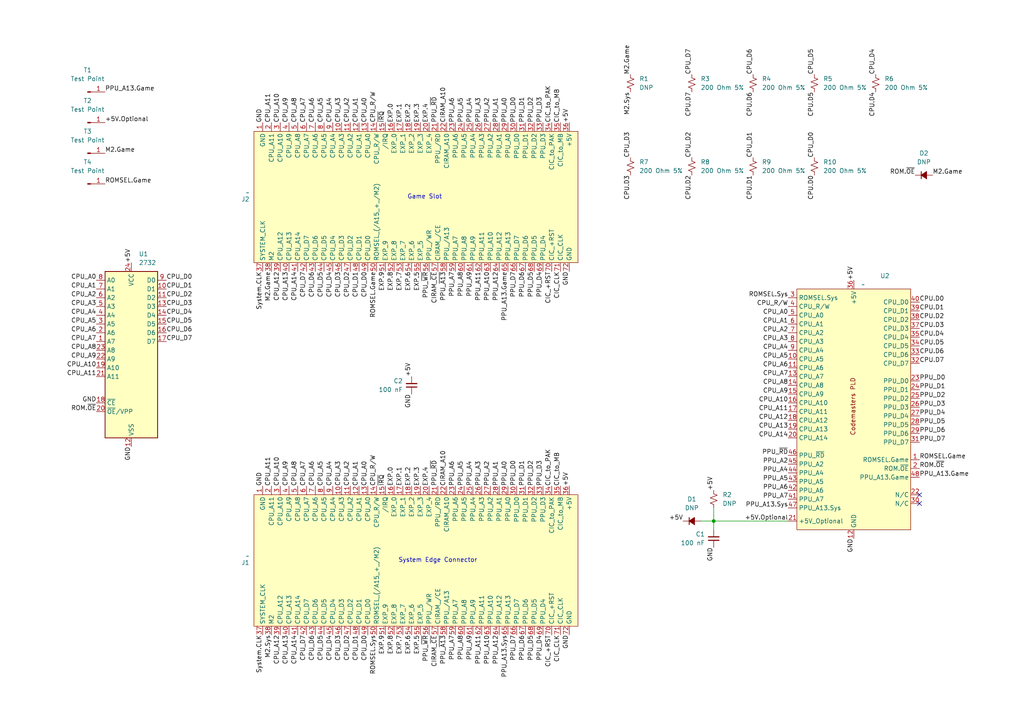
<source format=kicad_sch>
(kicad_sch
	(version 20250114)
	(generator "eeschema")
	(generator_version "9.0")
	(uuid "da66e13b-5517-49ae-903c-5b9d8e535529")
	(paper "A4")
	(lib_symbols
		(symbol "!NesGG:2732"
			(exclude_from_sim no)
			(in_bom yes)
			(on_board yes)
			(property "Reference" "U1"
				(at 2.1433 27.94 0)
				(effects
					(font
						(size 1.27 1.27)
					)
					(justify left)
				)
			)
			(property "Value" "2732"
				(at 2.1433 25.4 0)
				(effects
					(font
						(size 1.27 1.27)
					)
					(justify left)
				)
			)
			(property "Footprint" "Package_DIP:DIP-24_W15.24mm"
				(at 0.762 -9.398 0)
				(effects
					(font
						(size 1.27 1.27)
					)
					(hide yes)
				)
			)
			(property "Datasheet" "https://downloads.reactivemicro.com/Electronics/ROM/2764%20EPROM.pdf"
				(at -0.762 32.258 0)
				(effects
					(font
						(size 1.27 1.27)
					)
					(hide yes)
				)
			)
			(property "Description" "EPROM 32 KiBit, [Obsolete 2000-11]"
				(at 0.762 -12.192 0)
				(effects
					(font
						(size 1.27 1.27)
					)
					(hide yes)
				)
			)
			(property "ki_keywords" "EPROM 64KiBit"
				(at 0 0 0)
				(effects
					(font
						(size 1.27 1.27)
					)
					(hide yes)
				)
			)
			(property "ki_fp_filters" "DIP*W15.24mm*"
				(at 0 0 0)
				(effects
					(font
						(size 1.27 1.27)
					)
					(hide yes)
				)
			)
			(symbol "2732_1_1"
				(rectangle
					(start -7.62 22.86)
					(end 7.62 -25.4)
					(stroke
						(width 0.254)
						(type default)
					)
					(fill
						(type background)
					)
				)
				(pin input line
					(at -10.16 20.32 0)
					(length 2.54)
					(name "A0"
						(effects
							(font
								(size 1.27 1.27)
							)
						)
					)
					(number "8"
						(effects
							(font
								(size 1.27 1.27)
							)
						)
					)
				)
				(pin input line
					(at -10.16 17.78 0)
					(length 2.54)
					(name "A1"
						(effects
							(font
								(size 1.27 1.27)
							)
						)
					)
					(number "7"
						(effects
							(font
								(size 1.27 1.27)
							)
						)
					)
				)
				(pin input line
					(at -10.16 15.24 0)
					(length 2.54)
					(name "A2"
						(effects
							(font
								(size 1.27 1.27)
							)
						)
					)
					(number "6"
						(effects
							(font
								(size 1.27 1.27)
							)
						)
					)
				)
				(pin input line
					(at -10.16 12.7 0)
					(length 2.54)
					(name "A3"
						(effects
							(font
								(size 1.27 1.27)
							)
						)
					)
					(number "5"
						(effects
							(font
								(size 1.27 1.27)
							)
						)
					)
				)
				(pin input line
					(at -10.16 10.16 0)
					(length 2.54)
					(name "A4"
						(effects
							(font
								(size 1.27 1.27)
							)
						)
					)
					(number "4"
						(effects
							(font
								(size 1.27 1.27)
							)
						)
					)
				)
				(pin input line
					(at -10.16 7.62 0)
					(length 2.54)
					(name "A5"
						(effects
							(font
								(size 1.27 1.27)
							)
						)
					)
					(number "3"
						(effects
							(font
								(size 1.27 1.27)
							)
						)
					)
				)
				(pin input line
					(at -10.16 5.08 0)
					(length 2.54)
					(name "A6"
						(effects
							(font
								(size 1.27 1.27)
							)
						)
					)
					(number "2"
						(effects
							(font
								(size 1.27 1.27)
							)
						)
					)
				)
				(pin input line
					(at -10.16 2.54 0)
					(length 2.54)
					(name "A7"
						(effects
							(font
								(size 1.27 1.27)
							)
						)
					)
					(number "1"
						(effects
							(font
								(size 1.27 1.27)
							)
						)
					)
				)
				(pin input line
					(at -10.16 0 0)
					(length 2.54)
					(name "A8"
						(effects
							(font
								(size 1.27 1.27)
							)
						)
					)
					(number "23"
						(effects
							(font
								(size 1.27 1.27)
							)
						)
					)
				)
				(pin input line
					(at -10.16 -2.54 0)
					(length 2.54)
					(name "A9"
						(effects
							(font
								(size 1.27 1.27)
							)
						)
					)
					(number "22"
						(effects
							(font
								(size 1.27 1.27)
							)
						)
					)
				)
				(pin bidirectional line
					(at -10.16 -5.08 0)
					(length 2.54)
					(name "A10"
						(effects
							(font
								(size 1.27 1.27)
							)
						)
					)
					(number "19"
						(effects
							(font
								(size 1.27 1.27)
							)
						)
					)
				)
				(pin input line
					(at -10.16 -7.62 0)
					(length 2.54)
					(name "A11"
						(effects
							(font
								(size 1.27 1.27)
							)
						)
					)
					(number "21"
						(effects
							(font
								(size 1.27 1.27)
							)
						)
					)
				)
				(pin input line
					(at -10.16 -15.24 0)
					(length 2.54)
					(name "~{CE}"
						(effects
							(font
								(size 1.27 1.27)
							)
						)
					)
					(number "18"
						(effects
							(font
								(size 1.27 1.27)
							)
						)
					)
				)
				(pin input line
					(at -10.16 -17.78 0)
					(length 2.54)
					(name "~{OE}/VPP"
						(effects
							(font
								(size 1.27 1.27)
							)
						)
					)
					(number "20"
						(effects
							(font
								(size 1.27 1.27)
							)
						)
					)
				)
				(pin power_in line
					(at 0 25.4 270)
					(length 2.54)
					(name "VCC"
						(effects
							(font
								(size 1.27 1.27)
							)
						)
					)
					(number "24"
						(effects
							(font
								(size 1.27 1.27)
							)
						)
					)
				)
				(pin power_in line
					(at 0 -27.94 90)
					(length 2.54)
					(name "VSS"
						(effects
							(font
								(size 1.27 1.27)
							)
						)
					)
					(number "12"
						(effects
							(font
								(size 1.27 1.27)
							)
						)
					)
				)
				(pin bidirectional line
					(at 10.16 20.32 180)
					(length 2.54)
					(name "D0"
						(effects
							(font
								(size 1.27 1.27)
							)
						)
					)
					(number "9"
						(effects
							(font
								(size 1.27 1.27)
							)
						)
					)
				)
				(pin bidirectional line
					(at 10.16 17.78 180)
					(length 2.54)
					(name "D1"
						(effects
							(font
								(size 1.27 1.27)
							)
						)
					)
					(number "10"
						(effects
							(font
								(size 1.27 1.27)
							)
						)
					)
				)
				(pin bidirectional line
					(at 10.16 15.24 180)
					(length 2.54)
					(name "D2"
						(effects
							(font
								(size 1.27 1.27)
							)
						)
					)
					(number "11"
						(effects
							(font
								(size 1.27 1.27)
							)
						)
					)
				)
				(pin bidirectional line
					(at 10.16 12.7 180)
					(length 2.54)
					(name "D3"
						(effects
							(font
								(size 1.27 1.27)
							)
						)
					)
					(number "13"
						(effects
							(font
								(size 1.27 1.27)
							)
						)
					)
				)
				(pin bidirectional line
					(at 10.16 10.16 180)
					(length 2.54)
					(name "D4"
						(effects
							(font
								(size 1.27 1.27)
							)
						)
					)
					(number "14"
						(effects
							(font
								(size 1.27 1.27)
							)
						)
					)
				)
				(pin bidirectional line
					(at 10.16 7.62 180)
					(length 2.54)
					(name "D5"
						(effects
							(font
								(size 1.27 1.27)
							)
						)
					)
					(number "15"
						(effects
							(font
								(size 1.27 1.27)
							)
						)
					)
				)
				(pin bidirectional line
					(at 10.16 5.08 180)
					(length 2.54)
					(name "D6"
						(effects
							(font
								(size 1.27 1.27)
							)
						)
					)
					(number "16"
						(effects
							(font
								(size 1.27 1.27)
							)
						)
					)
				)
				(pin bidirectional line
					(at 10.16 2.54 180)
					(length 2.54)
					(name "D7"
						(effects
							(font
								(size 1.27 1.27)
							)
						)
					)
					(number "17"
						(effects
							(font
								(size 1.27 1.27)
							)
						)
					)
				)
			)
			(embedded_fonts no)
		)
		(symbol "!NesGG:NES_Cartridge_Connector"
			(exclude_from_sim no)
			(in_bom yes)
			(on_board yes)
			(property "Reference" "J1"
				(at 0.6351 -49.53 90)
				(effects
					(font
						(size 1.27 1.27)
					)
					(justify right)
				)
			)
			(property "Value" "~"
				(at -1.27 -49.53 90)
				(effects
					(font
						(size 1.27 1.27)
					)
					(justify right)
				)
			)
			(property "Footprint" "!NES:System Edge Connector"
				(at 0 0 0)
				(effects
					(font
						(size 1.27 1.27)
					)
					(hide yes)
				)
			)
			(property "Datasheet" ""
				(at 0 0 0)
				(effects
					(font
						(size 1.27 1.27)
					)
					(hide yes)
				)
			)
			(property "Description" ""
				(at 0 0 0)
				(effects
					(font
						(size 1.27 1.27)
					)
					(hide yes)
				)
			)
			(symbol "NES_Cartridge_Connector_1_1"
				(rectangle
					(start -19.05 45.72)
					(end 19.05 -48.26)
					(stroke
						(width 0)
						(type default)
					)
					(fill
						(type background)
					)
				)
				(pin power_in line
					(at -21.59 43.18 0)
					(length 2.54)
					(name "+5V"
						(effects
							(font
								(size 1.27 1.27)
							)
						)
					)
					(number "36"
						(effects
							(font
								(size 1.27 1.27)
							)
						)
					)
				)
				(pin output line
					(at -21.59 40.64 0)
					(length 2.54)
					(name "CIC_to_MB"
						(effects
							(font
								(size 1.27 1.27)
							)
						)
					)
					(number "35"
						(effects
							(font
								(size 1.27 1.27)
							)
						)
					)
				)
				(pin input line
					(at -21.59 38.1 0)
					(length 2.54)
					(name "CIC_to_PAK"
						(effects
							(font
								(size 1.27 1.27)
							)
						)
					)
					(number "34"
						(effects
							(font
								(size 1.27 1.27)
							)
						)
					)
				)
				(pin bidirectional line
					(at -21.59 35.56 0)
					(length 2.54)
					(name "PPU_D3"
						(effects
							(font
								(size 1.27 1.27)
							)
						)
					)
					(number "33"
						(effects
							(font
								(size 1.27 1.27)
							)
						)
					)
				)
				(pin bidirectional line
					(at -21.59 33.02 0)
					(length 2.54)
					(name "PPU_D2"
						(effects
							(font
								(size 1.27 1.27)
							)
						)
					)
					(number "32"
						(effects
							(font
								(size 1.27 1.27)
							)
						)
					)
				)
				(pin bidirectional line
					(at -21.59 30.48 0)
					(length 2.54)
					(name "PPU_D1"
						(effects
							(font
								(size 1.27 1.27)
							)
						)
					)
					(number "31"
						(effects
							(font
								(size 1.27 1.27)
							)
						)
					)
				)
				(pin bidirectional line
					(at -21.59 27.94 0)
					(length 2.54)
					(name "PPU_D0"
						(effects
							(font
								(size 1.27 1.27)
							)
						)
					)
					(number "30"
						(effects
							(font
								(size 1.27 1.27)
							)
						)
					)
				)
				(pin input line
					(at -21.59 25.4 0)
					(length 2.54)
					(name "PPU_A0"
						(effects
							(font
								(size 1.27 1.27)
							)
						)
					)
					(number "29"
						(effects
							(font
								(size 1.27 1.27)
							)
						)
					)
				)
				(pin input line
					(at -21.59 22.86 0)
					(length 2.54)
					(name "PPU_A1"
						(effects
							(font
								(size 1.27 1.27)
							)
						)
					)
					(number "28"
						(effects
							(font
								(size 1.27 1.27)
							)
						)
					)
				)
				(pin input line
					(at -21.59 20.32 0)
					(length 2.54)
					(name "PPU_A2"
						(effects
							(font
								(size 1.27 1.27)
							)
						)
					)
					(number "27"
						(effects
							(font
								(size 1.27 1.27)
							)
						)
					)
				)
				(pin input line
					(at -21.59 17.78 0)
					(length 2.54)
					(name "PPU_A3"
						(effects
							(font
								(size 1.27 1.27)
							)
						)
					)
					(number "26"
						(effects
							(font
								(size 1.27 1.27)
							)
						)
					)
				)
				(pin input line
					(at -21.59 15.24 0)
					(length 2.54)
					(name "PPU_A4"
						(effects
							(font
								(size 1.27 1.27)
							)
						)
					)
					(number "25"
						(effects
							(font
								(size 1.27 1.27)
							)
						)
					)
				)
				(pin input line
					(at -21.59 12.7 0)
					(length 2.54)
					(name "PPU_A5"
						(effects
							(font
								(size 1.27 1.27)
							)
						)
					)
					(number "24"
						(effects
							(font
								(size 1.27 1.27)
							)
						)
					)
				)
				(pin input line
					(at -21.59 10.16 0)
					(length 2.54)
					(name "PPU_A6"
						(effects
							(font
								(size 1.27 1.27)
							)
						)
					)
					(number "23"
						(effects
							(font
								(size 1.27 1.27)
							)
						)
					)
				)
				(pin output line
					(at -21.59 7.62 0)
					(length 2.54)
					(name "CIRAM_A10"
						(effects
							(font
								(size 1.27 1.27)
							)
						)
					)
					(number "22"
						(effects
							(font
								(size 1.27 1.27)
							)
						)
					)
				)
				(pin input line
					(at -21.59 5.08 0)
					(length 2.54)
					(name "PPU_/RD"
						(effects
							(font
								(size 1.27 1.27)
							)
						)
					)
					(number "21"
						(effects
							(font
								(size 1.27 1.27)
							)
						)
					)
				)
				(pin bidirectional line
					(at -21.59 2.54 0)
					(length 2.54)
					(name "EXP_4"
						(effects
							(font
								(size 1.27 1.27)
							)
						)
					)
					(number "20"
						(effects
							(font
								(size 1.27 1.27)
							)
						)
					)
				)
				(pin bidirectional line
					(at -21.59 0 0)
					(length 2.54)
					(name "EXP_3"
						(effects
							(font
								(size 1.27 1.27)
							)
						)
					)
					(number "19"
						(effects
							(font
								(size 1.27 1.27)
							)
						)
					)
				)
				(pin bidirectional line
					(at -21.59 -2.54 0)
					(length 2.54)
					(name "EXP_2"
						(effects
							(font
								(size 1.27 1.27)
							)
						)
					)
					(number "18"
						(effects
							(font
								(size 1.27 1.27)
							)
						)
					)
				)
				(pin bidirectional line
					(at -21.59 -5.08 0)
					(length 2.54)
					(name "EXP_1"
						(effects
							(font
								(size 1.27 1.27)
							)
						)
					)
					(number "17"
						(effects
							(font
								(size 1.27 1.27)
							)
						)
					)
				)
				(pin bidirectional line
					(at -21.59 -7.62 0)
					(length 2.54)
					(name "EXP_0"
						(effects
							(font
								(size 1.27 1.27)
							)
						)
					)
					(number "16"
						(effects
							(font
								(size 1.27 1.27)
							)
						)
					)
				)
				(pin output line
					(at -21.59 -10.16 0)
					(length 2.54)
					(name "/IRQ"
						(effects
							(font
								(size 1.27 1.27)
							)
						)
					)
					(number "15"
						(effects
							(font
								(size 1.27 1.27)
							)
						)
					)
				)
				(pin input line
					(at -21.59 -12.7 0)
					(length 2.54)
					(name "CPU_R/W"
						(effects
							(font
								(size 1.27 1.27)
							)
						)
					)
					(number "14"
						(effects
							(font
								(size 1.27 1.27)
							)
						)
					)
				)
				(pin input line
					(at -21.59 -15.24 0)
					(length 2.54)
					(name "CPU_A0"
						(effects
							(font
								(size 1.27 1.27)
							)
						)
					)
					(number "13"
						(effects
							(font
								(size 1.27 1.27)
							)
						)
					)
				)
				(pin input line
					(at -21.59 -17.78 0)
					(length 2.54)
					(name "CPU_A1"
						(effects
							(font
								(size 1.27 1.27)
							)
						)
					)
					(number "12"
						(effects
							(font
								(size 1.27 1.27)
							)
						)
					)
				)
				(pin input line
					(at -21.59 -20.32 0)
					(length 2.54)
					(name "CPU_A2"
						(effects
							(font
								(size 1.27 1.27)
							)
						)
					)
					(number "11"
						(effects
							(font
								(size 1.27 1.27)
							)
						)
					)
				)
				(pin input line
					(at -21.59 -22.86 0)
					(length 2.54)
					(name "CPU_A3"
						(effects
							(font
								(size 1.27 1.27)
							)
						)
					)
					(number "10"
						(effects
							(font
								(size 1.27 1.27)
							)
						)
					)
				)
				(pin input line
					(at -21.59 -25.4 0)
					(length 2.54)
					(name "CPU_A4"
						(effects
							(font
								(size 1.27 1.27)
							)
						)
					)
					(number "9"
						(effects
							(font
								(size 1.27 1.27)
							)
						)
					)
				)
				(pin input line
					(at -21.59 -27.94 0)
					(length 2.54)
					(name "CPU_A5"
						(effects
							(font
								(size 1.27 1.27)
							)
						)
					)
					(number "8"
						(effects
							(font
								(size 1.27 1.27)
							)
						)
					)
				)
				(pin input line
					(at -21.59 -30.48 0)
					(length 2.54)
					(name "CPU_A6"
						(effects
							(font
								(size 1.27 1.27)
							)
						)
					)
					(number "7"
						(effects
							(font
								(size 1.27 1.27)
							)
						)
					)
				)
				(pin input line
					(at -21.59 -33.02 0)
					(length 2.54)
					(name "CPU_A7"
						(effects
							(font
								(size 1.27 1.27)
							)
						)
					)
					(number "6"
						(effects
							(font
								(size 1.27 1.27)
							)
						)
					)
				)
				(pin input line
					(at -21.59 -35.56 0)
					(length 2.54)
					(name "CPU_A8"
						(effects
							(font
								(size 1.27 1.27)
							)
						)
					)
					(number "5"
						(effects
							(font
								(size 1.27 1.27)
							)
						)
					)
				)
				(pin input line
					(at -21.59 -38.1 0)
					(length 2.54)
					(name "CPU_A9"
						(effects
							(font
								(size 1.27 1.27)
							)
						)
					)
					(number "4"
						(effects
							(font
								(size 1.27 1.27)
							)
						)
					)
				)
				(pin input line
					(at -21.59 -40.64 0)
					(length 2.54)
					(name "CPU_A10"
						(effects
							(font
								(size 1.27 1.27)
							)
						)
					)
					(number "3"
						(effects
							(font
								(size 1.27 1.27)
							)
						)
					)
				)
				(pin input line
					(at -21.59 -43.18 0)
					(length 2.54)
					(name "CPU_A11"
						(effects
							(font
								(size 1.27 1.27)
							)
						)
					)
					(number "2"
						(effects
							(font
								(size 1.27 1.27)
							)
						)
					)
				)
				(pin power_in line
					(at -21.59 -45.72 0)
					(length 2.54)
					(name "GND"
						(effects
							(font
								(size 1.27 1.27)
							)
						)
					)
					(number "1"
						(effects
							(font
								(size 1.27 1.27)
							)
						)
					)
				)
				(pin power_in line
					(at 21.59 43.18 180)
					(length 2.54)
					(name "GND"
						(effects
							(font
								(size 1.27 1.27)
							)
						)
					)
					(number "72"
						(effects
							(font
								(size 1.27 1.27)
							)
						)
					)
				)
				(pin input line
					(at 21.59 40.64 180)
					(length 2.54)
					(name "CIC_CLK"
						(effects
							(font
								(size 1.27 1.27)
							)
						)
					)
					(number "71"
						(effects
							(font
								(size 1.27 1.27)
							)
						)
					)
				)
				(pin input line
					(at 21.59 38.1 180)
					(length 2.54)
					(name "CIC_+RST"
						(effects
							(font
								(size 1.27 1.27)
							)
						)
					)
					(number "70"
						(effects
							(font
								(size 1.27 1.27)
							)
						)
					)
				)
				(pin bidirectional line
					(at 21.59 35.56 180)
					(length 2.54)
					(name "PPU_D4"
						(effects
							(font
								(size 1.27 1.27)
							)
						)
					)
					(number "69"
						(effects
							(font
								(size 1.27 1.27)
							)
						)
					)
				)
				(pin bidirectional line
					(at 21.59 33.02 180)
					(length 2.54)
					(name "PPU_D5"
						(effects
							(font
								(size 1.27 1.27)
							)
						)
					)
					(number "68"
						(effects
							(font
								(size 1.27 1.27)
							)
						)
					)
				)
				(pin bidirectional line
					(at 21.59 30.48 180)
					(length 2.54)
					(name "PPU_D6"
						(effects
							(font
								(size 1.27 1.27)
							)
						)
					)
					(number "67"
						(effects
							(font
								(size 1.27 1.27)
							)
						)
					)
				)
				(pin bidirectional line
					(at 21.59 27.94 180)
					(length 2.54)
					(name "PPU_D7"
						(effects
							(font
								(size 1.27 1.27)
							)
						)
					)
					(number "66"
						(effects
							(font
								(size 1.27 1.27)
							)
						)
					)
				)
				(pin input line
					(at 21.59 25.4 180)
					(length 2.54)
					(name "PPU_A13"
						(effects
							(font
								(size 1.27 1.27)
							)
						)
					)
					(number "65"
						(effects
							(font
								(size 1.27 1.27)
							)
						)
					)
				)
				(pin input line
					(at 21.59 22.86 180)
					(length 2.54)
					(name "PPU_A12"
						(effects
							(font
								(size 1.27 1.27)
							)
						)
					)
					(number "64"
						(effects
							(font
								(size 1.27 1.27)
							)
						)
					)
				)
				(pin input line
					(at 21.59 20.32 180)
					(length 2.54)
					(name "PPU_A10"
						(effects
							(font
								(size 1.27 1.27)
							)
						)
					)
					(number "63"
						(effects
							(font
								(size 1.27 1.27)
							)
						)
					)
				)
				(pin input line
					(at 21.59 17.78 180)
					(length 2.54)
					(name "PPU_A11"
						(effects
							(font
								(size 1.27 1.27)
							)
						)
					)
					(number "62"
						(effects
							(font
								(size 1.27 1.27)
							)
						)
					)
				)
				(pin input line
					(at 21.59 15.24 180)
					(length 2.54)
					(name "PPU_A9"
						(effects
							(font
								(size 1.27 1.27)
							)
						)
					)
					(number "61"
						(effects
							(font
								(size 1.27 1.27)
							)
						)
					)
				)
				(pin input line
					(at 21.59 12.7 180)
					(length 2.54)
					(name "PPU_A8"
						(effects
							(font
								(size 1.27 1.27)
							)
						)
					)
					(number "60"
						(effects
							(font
								(size 1.27 1.27)
							)
						)
					)
				)
				(pin input line
					(at 21.59 10.16 180)
					(length 2.54)
					(name "PPU_A7"
						(effects
							(font
								(size 1.27 1.27)
							)
						)
					)
					(number "59"
						(effects
							(font
								(size 1.27 1.27)
							)
						)
					)
				)
				(pin input line
					(at 21.59 7.62 180)
					(length 2.54)
					(name "PPU_/A13"
						(effects
							(font
								(size 1.27 1.27)
							)
						)
					)
					(number "58"
						(effects
							(font
								(size 1.27 1.27)
							)
						)
					)
				)
				(pin output line
					(at 21.59 5.08 180)
					(length 2.54)
					(name "CIRAM_/CE"
						(effects
							(font
								(size 1.27 1.27)
							)
						)
					)
					(number "57"
						(effects
							(font
								(size 1.27 1.27)
							)
						)
					)
				)
				(pin input line
					(at 21.59 2.54 180)
					(length 2.54)
					(name "PPU_/WR"
						(effects
							(font
								(size 1.27 1.27)
							)
						)
					)
					(number "56"
						(effects
							(font
								(size 1.27 1.27)
							)
						)
					)
				)
				(pin bidirectional line
					(at 21.59 0 180)
					(length 2.54)
					(name "EXP_5"
						(effects
							(font
								(size 1.27 1.27)
							)
						)
					)
					(number "55"
						(effects
							(font
								(size 1.27 1.27)
							)
						)
					)
				)
				(pin bidirectional line
					(at 21.59 -2.54 180)
					(length 2.54)
					(name "EXP_6"
						(effects
							(font
								(size 1.27 1.27)
							)
						)
					)
					(number "54"
						(effects
							(font
								(size 1.27 1.27)
							)
						)
					)
				)
				(pin bidirectional line
					(at 21.59 -5.08 180)
					(length 2.54)
					(name "EXP_7"
						(effects
							(font
								(size 1.27 1.27)
							)
						)
					)
					(number "53"
						(effects
							(font
								(size 1.27 1.27)
							)
						)
					)
				)
				(pin bidirectional line
					(at 21.59 -7.62 180)
					(length 2.54)
					(name "EXP_8"
						(effects
							(font
								(size 1.27 1.27)
							)
						)
					)
					(number "52"
						(effects
							(font
								(size 1.27 1.27)
							)
						)
					)
				)
				(pin bidirectional line
					(at 21.59 -10.16 180)
					(length 2.54)
					(name "EXP_9"
						(effects
							(font
								(size 1.27 1.27)
							)
						)
					)
					(number "51"
						(effects
							(font
								(size 1.27 1.27)
							)
						)
					)
				)
				(pin input line
					(at 21.59 -12.7 180)
					(length 2.54)
					(name "ROMSEL_(/A15_+_/M2)"
						(effects
							(font
								(size 1.27 1.27)
							)
						)
					)
					(number "50"
						(effects
							(font
								(size 1.27 1.27)
							)
						)
					)
				)
				(pin bidirectional line
					(at 21.59 -15.24 180)
					(length 2.54)
					(name "CPU_D0"
						(effects
							(font
								(size 1.27 1.27)
							)
						)
					)
					(number "49"
						(effects
							(font
								(size 1.27 1.27)
							)
						)
					)
				)
				(pin bidirectional line
					(at 21.59 -17.78 180)
					(length 2.54)
					(name "CPU_D1"
						(effects
							(font
								(size 1.27 1.27)
							)
						)
					)
					(number "48"
						(effects
							(font
								(size 1.27 1.27)
							)
						)
					)
				)
				(pin bidirectional line
					(at 21.59 -20.32 180)
					(length 2.54)
					(name "CPU_D2"
						(effects
							(font
								(size 1.27 1.27)
							)
						)
					)
					(number "47"
						(effects
							(font
								(size 1.27 1.27)
							)
						)
					)
				)
				(pin bidirectional line
					(at 21.59 -22.86 180)
					(length 2.54)
					(name "CPU_D3"
						(effects
							(font
								(size 1.27 1.27)
							)
						)
					)
					(number "46"
						(effects
							(font
								(size 1.27 1.27)
							)
						)
					)
				)
				(pin bidirectional line
					(at 21.59 -25.4 180)
					(length 2.54)
					(name "CPU_D4"
						(effects
							(font
								(size 1.27 1.27)
							)
						)
					)
					(number "45"
						(effects
							(font
								(size 1.27 1.27)
							)
						)
					)
				)
				(pin bidirectional line
					(at 21.59 -27.94 180)
					(length 2.54)
					(name "CPU_D5"
						(effects
							(font
								(size 1.27 1.27)
							)
						)
					)
					(number "44"
						(effects
							(font
								(size 1.27 1.27)
							)
						)
					)
				)
				(pin bidirectional line
					(at 21.59 -30.48 180)
					(length 2.54)
					(name "CPU_D6"
						(effects
							(font
								(size 1.27 1.27)
							)
						)
					)
					(number "43"
						(effects
							(font
								(size 1.27 1.27)
							)
						)
					)
				)
				(pin bidirectional line
					(at 21.59 -33.02 180)
					(length 2.54)
					(name "CPU_D7"
						(effects
							(font
								(size 1.27 1.27)
							)
						)
					)
					(number "42"
						(effects
							(font
								(size 1.27 1.27)
							)
						)
					)
				)
				(pin input line
					(at 21.59 -35.56 180)
					(length 2.54)
					(name "CPU_A14"
						(effects
							(font
								(size 1.27 1.27)
							)
						)
					)
					(number "41"
						(effects
							(font
								(size 1.27 1.27)
							)
						)
					)
				)
				(pin input line
					(at 21.59 -38.1 180)
					(length 2.54)
					(name "CPU_A13"
						(effects
							(font
								(size 1.27 1.27)
							)
						)
					)
					(number "40"
						(effects
							(font
								(size 1.27 1.27)
							)
						)
					)
				)
				(pin input line
					(at 21.59 -40.64 180)
					(length 2.54)
					(name "CPU_A12"
						(effects
							(font
								(size 1.27 1.27)
							)
						)
					)
					(number "39"
						(effects
							(font
								(size 1.27 1.27)
							)
						)
					)
				)
				(pin input line
					(at 21.59 -43.18 180)
					(length 2.54)
					(name "M2"
						(effects
							(font
								(size 1.27 1.27)
							)
						)
					)
					(number "38"
						(effects
							(font
								(size 1.27 1.27)
							)
						)
					)
				)
				(pin input line
					(at 21.59 -45.72 180)
					(length 2.54)
					(name "SYSTEM_CLK"
						(effects
							(font
								(size 1.27 1.27)
							)
						)
					)
					(number "37"
						(effects
							(font
								(size 1.27 1.27)
							)
						)
					)
				)
			)
			(embedded_fonts no)
		)
		(symbol "CODEMASTERS_PLD_1"
			(exclude_from_sim no)
			(in_bom yes)
			(on_board yes)
			(property "Reference" "U3"
				(at 9.144 37.084 0)
				(effects
					(font
						(size 1.27 1.27)
					)
				)
			)
			(property "Value" "~"
				(at 0 38.1 0)
				(effects
					(font
						(size 1.27 1.27)
					)
				)
			)
			(property "Footprint" ""
				(at 0 0 0)
				(effects
					(font
						(size 1.27 1.27)
					)
					(hide yes)
				)
			)
			(property "Datasheet" ""
				(at 0 0 0)
				(effects
					(font
						(size 1.27 1.27)
					)
					(hide yes)
				)
			)
			(property "Description" ""
				(at 0 0 0)
				(effects
					(font
						(size 1.27 1.27)
					)
					(hide yes)
				)
			)
			(symbol "CODEMASTERS_PLD_1_0_0"
				(pin input line
					(at -19.05 31.75 0)
					(length 2.54)
					(name "ROMSEL.Sys"
						(effects
							(font
								(size 1.27 1.27)
							)
						)
					)
					(number "3"
						(effects
							(font
								(size 1.27 1.27)
							)
						)
					)
				)
				(pin input line
					(at -19.05 29.21 0)
					(length 2.54)
					(name "CPU_R/W"
						(effects
							(font
								(size 1.27 1.27)
							)
						)
					)
					(number "4"
						(effects
							(font
								(size 1.27 1.27)
							)
						)
					)
				)
				(pin input line
					(at -19.05 26.67 0)
					(length 2.54)
					(name "CPU_A0"
						(effects
							(font
								(size 1.27 1.27)
							)
						)
					)
					(number "5"
						(effects
							(font
								(size 1.27 1.27)
							)
						)
					)
				)
				(pin input line
					(at -19.05 24.13 0)
					(length 2.54)
					(name "CPU_A1"
						(effects
							(font
								(size 1.27 1.27)
							)
						)
					)
					(number "6"
						(effects
							(font
								(size 1.27 1.27)
							)
						)
					)
				)
				(pin input line
					(at -19.05 21.59 0)
					(length 2.54)
					(name "CPU_A2"
						(effects
							(font
								(size 1.27 1.27)
							)
						)
					)
					(number "7"
						(effects
							(font
								(size 1.27 1.27)
							)
						)
					)
				)
				(pin input line
					(at -19.05 19.05 0)
					(length 2.54)
					(name "CPU_A3"
						(effects
							(font
								(size 1.27 1.27)
							)
						)
					)
					(number "8"
						(effects
							(font
								(size 1.27 1.27)
							)
						)
					)
				)
				(pin input line
					(at -19.05 16.51 0)
					(length 2.54)
					(name "CPU_A4"
						(effects
							(font
								(size 1.27 1.27)
							)
						)
					)
					(number "9"
						(effects
							(font
								(size 1.27 1.27)
							)
						)
					)
				)
				(pin input line
					(at -19.05 13.97 0)
					(length 2.54)
					(name "CPU_A5"
						(effects
							(font
								(size 1.27 1.27)
							)
						)
					)
					(number "10"
						(effects
							(font
								(size 1.27 1.27)
							)
						)
					)
				)
				(pin input line
					(at -19.05 11.43 0)
					(length 2.54)
					(name "CPU_A6"
						(effects
							(font
								(size 1.27 1.27)
							)
						)
					)
					(number "11"
						(effects
							(font
								(size 1.27 1.27)
							)
						)
					)
				)
				(pin input line
					(at -19.05 8.89 0)
					(length 2.54)
					(name "CPU_A7"
						(effects
							(font
								(size 1.27 1.27)
							)
						)
					)
					(number "13"
						(effects
							(font
								(size 1.27 1.27)
							)
						)
					)
				)
				(pin input line
					(at -19.05 6.35 0)
					(length 2.54)
					(name "CPU_A8"
						(effects
							(font
								(size 1.27 1.27)
							)
						)
					)
					(number "14"
						(effects
							(font
								(size 1.27 1.27)
							)
						)
					)
				)
				(pin input line
					(at -19.05 3.81 0)
					(length 2.54)
					(name "CPU_A9"
						(effects
							(font
								(size 1.27 1.27)
							)
						)
					)
					(number "15"
						(effects
							(font
								(size 1.27 1.27)
							)
						)
					)
				)
				(pin input line
					(at -19.05 1.27 0)
					(length 2.54)
					(name "CPU_A10"
						(effects
							(font
								(size 1.27 1.27)
							)
						)
					)
					(number "16"
						(effects
							(font
								(size 1.27 1.27)
							)
						)
					)
				)
				(pin input line
					(at -19.05 -1.27 0)
					(length 2.54)
					(name "CPU_A11"
						(effects
							(font
								(size 1.27 1.27)
							)
						)
					)
					(number "17"
						(effects
							(font
								(size 1.27 1.27)
							)
						)
					)
				)
				(pin input line
					(at -19.05 -3.81 0)
					(length 2.54)
					(name "CPU_A12"
						(effects
							(font
								(size 1.27 1.27)
							)
						)
					)
					(number "18"
						(effects
							(font
								(size 1.27 1.27)
							)
						)
					)
				)
				(pin input line
					(at -19.05 -6.35 0)
					(length 2.54)
					(name "CPU_A13"
						(effects
							(font
								(size 1.27 1.27)
							)
						)
					)
					(number "19"
						(effects
							(font
								(size 1.27 1.27)
							)
						)
					)
				)
				(pin input line
					(at -19.05 -8.89 0)
					(length 2.54)
					(name "CPU_A14"
						(effects
							(font
								(size 1.27 1.27)
							)
						)
					)
					(number "20"
						(effects
							(font
								(size 1.27 1.27)
							)
						)
					)
				)
				(pin input line
					(at -19.05 -13.97 0)
					(length 2.54)
					(name "PPU_~{RD}"
						(effects
							(font
								(size 1.27 1.27)
							)
						)
					)
					(number "46"
						(effects
							(font
								(size 1.27 1.27)
							)
						)
					)
				)
				(pin input line
					(at -19.05 -16.51 0)
					(length 2.54)
					(name "PPU_A2"
						(effects
							(font
								(size 1.27 1.27)
							)
						)
					)
					(number "45"
						(effects
							(font
								(size 1.27 1.27)
							)
						)
					)
				)
				(pin input line
					(at -19.05 -19.05 0)
					(length 2.54)
					(name "PPU_A4"
						(effects
							(font
								(size 1.27 1.27)
							)
						)
					)
					(number "44"
						(effects
							(font
								(size 1.27 1.27)
							)
						)
					)
				)
				(pin input line
					(at -19.05 -21.59 0)
					(length 2.54)
					(name "PPU_A5"
						(effects
							(font
								(size 1.27 1.27)
							)
						)
					)
					(number "43"
						(effects
							(font
								(size 1.27 1.27)
							)
						)
					)
				)
				(pin input line
					(at -19.05 -24.13 0)
					(length 2.54)
					(name "PPU_A6"
						(effects
							(font
								(size 1.27 1.27)
							)
						)
					)
					(number "42"
						(effects
							(font
								(size 1.27 1.27)
							)
						)
					)
				)
				(pin input line
					(at -19.05 -26.67 0)
					(length 2.54)
					(name "PPU_A7"
						(effects
							(font
								(size 1.27 1.27)
							)
						)
					)
					(number "41"
						(effects
							(font
								(size 1.27 1.27)
							)
						)
					)
				)
				(pin input line
					(at -19.05 -29.21 0)
					(length 2.54)
					(name "PPU_A13.Sys"
						(effects
							(font
								(size 1.27 1.27)
							)
						)
					)
					(number "47"
						(effects
							(font
								(size 1.27 1.27)
							)
						)
					)
				)
				(pin input line
					(at -19.05 -33.02 0)
					(length 2.54)
					(name "+5V_Optional"
						(effects
							(font
								(size 1.27 1.27)
							)
						)
					)
					(number "21"
						(effects
							(font
								(size 1.27 1.27)
							)
						)
					)
				)
				(pin power_in line
					(at 0 36.83 270)
					(length 2.54)
					(name "+5V"
						(effects
							(font
								(size 1.27 1.27)
							)
						)
					)
					(number "36"
						(effects
							(font
								(size 1.27 1.27)
							)
						)
					)
				)
				(pin power_in line
					(at 0 -38.1 90)
					(length 2.54)
					(name "GND"
						(effects
							(font
								(size 1.27 1.27)
							)
						)
					)
					(number "12"
						(effects
							(font
								(size 1.27 1.27)
							)
						)
					)
				)
				(pin bidirectional line
					(at 19.05 30.48 180)
					(length 2.54)
					(name "CPU_D0"
						(effects
							(font
								(size 1.27 1.27)
							)
						)
					)
					(number "40"
						(effects
							(font
								(size 1.27 1.27)
							)
						)
					)
				)
				(pin bidirectional line
					(at 19.05 27.94 180)
					(length 2.54)
					(name "CPU_D1"
						(effects
							(font
								(size 1.27 1.27)
							)
						)
					)
					(number "39"
						(effects
							(font
								(size 1.27 1.27)
							)
						)
					)
				)
				(pin bidirectional line
					(at 19.05 25.4 180)
					(length 2.54)
					(name "CPU_D2"
						(effects
							(font
								(size 1.27 1.27)
							)
						)
					)
					(number "38"
						(effects
							(font
								(size 1.27 1.27)
							)
						)
					)
				)
				(pin bidirectional line
					(at 19.05 22.86 180)
					(length 2.54)
					(name "CPU_D3"
						(effects
							(font
								(size 1.27 1.27)
							)
						)
					)
					(number "37"
						(effects
							(font
								(size 1.27 1.27)
							)
						)
					)
				)
				(pin bidirectional line
					(at 19.05 20.32 180)
					(length 2.54)
					(name "CPU_D4"
						(effects
							(font
								(size 1.27 1.27)
							)
						)
					)
					(number "35"
						(effects
							(font
								(size 1.27 1.27)
							)
						)
					)
				)
				(pin bidirectional line
					(at 19.05 17.78 180)
					(length 2.54)
					(name "CPU_D5"
						(effects
							(font
								(size 1.27 1.27)
							)
						)
					)
					(number "34"
						(effects
							(font
								(size 1.27 1.27)
							)
						)
					)
				)
				(pin bidirectional line
					(at 19.05 15.24 180)
					(length 2.54)
					(name "CPU_D6"
						(effects
							(font
								(size 1.27 1.27)
							)
						)
					)
					(number "33"
						(effects
							(font
								(size 1.27 1.27)
							)
						)
					)
				)
				(pin bidirectional line
					(at 19.05 12.7 180)
					(length 2.54)
					(name "CPU_D7"
						(effects
							(font
								(size 1.27 1.27)
							)
						)
					)
					(number "32"
						(effects
							(font
								(size 1.27 1.27)
							)
						)
					)
				)
				(pin bidirectional line
					(at 19.05 7.62 180)
					(length 2.54)
					(name "PPU_D0"
						(effects
							(font
								(size 1.27 1.27)
							)
						)
					)
					(number "23"
						(effects
							(font
								(size 1.27 1.27)
							)
						)
					)
				)
				(pin bidirectional line
					(at 19.05 5.08 180)
					(length 2.54)
					(name "PPU_D1"
						(effects
							(font
								(size 1.27 1.27)
							)
						)
					)
					(number "24"
						(effects
							(font
								(size 1.27 1.27)
							)
						)
					)
				)
				(pin bidirectional line
					(at 19.05 2.54 180)
					(length 2.54)
					(name "PPU_D2"
						(effects
							(font
								(size 1.27 1.27)
							)
						)
					)
					(number "25"
						(effects
							(font
								(size 1.27 1.27)
							)
						)
					)
				)
				(pin bidirectional line
					(at 19.05 0 180)
					(length 2.54)
					(name "PPU_D3"
						(effects
							(font
								(size 1.27 1.27)
							)
						)
					)
					(number "26"
						(effects
							(font
								(size 1.27 1.27)
							)
						)
					)
				)
				(pin bidirectional line
					(at 19.05 -2.54 180)
					(length 2.54)
					(name "PPU_D4"
						(effects
							(font
								(size 1.27 1.27)
							)
						)
					)
					(number "27"
						(effects
							(font
								(size 1.27 1.27)
							)
						)
					)
				)
				(pin bidirectional line
					(at 19.05 -5.08 180)
					(length 2.54)
					(name "PPU_D5"
						(effects
							(font
								(size 1.27 1.27)
							)
						)
					)
					(number "28"
						(effects
							(font
								(size 1.27 1.27)
							)
						)
					)
				)
				(pin bidirectional line
					(at 19.05 -7.62 180)
					(length 2.54)
					(name "PPU_D6"
						(effects
							(font
								(size 1.27 1.27)
							)
						)
					)
					(number "29"
						(effects
							(font
								(size 1.27 1.27)
							)
						)
					)
				)
				(pin bidirectional line
					(at 19.05 -10.16 180)
					(length 2.54)
					(name "PPU_D7"
						(effects
							(font
								(size 1.27 1.27)
							)
						)
					)
					(number "31"
						(effects
							(font
								(size 1.27 1.27)
							)
						)
					)
				)
				(pin output line
					(at 19.05 -15.24 180)
					(length 2.54)
					(name "ROMSEL.Game"
						(effects
							(font
								(size 1.27 1.27)
							)
						)
					)
					(number "1"
						(effects
							(font
								(size 1.27 1.27)
							)
						)
					)
				)
				(pin output line
					(at 19.05 -17.78 180)
					(length 2.54)
					(name "ROM.~{OE}"
						(effects
							(font
								(size 1.27 1.27)
							)
						)
					)
					(number "2"
						(effects
							(font
								(size 1.27 1.27)
							)
						)
					)
				)
				(pin output line
					(at 19.05 -20.32 180)
					(length 2.54)
					(name "PPU_A13.Game"
						(effects
							(font
								(size 1.27 1.27)
							)
						)
					)
					(number "48"
						(effects
							(font
								(size 1.27 1.27)
							)
						)
					)
				)
				(pin passive line
					(at 19.05 -25.4 180)
					(length 2.54)
					(name "N/C"
						(effects
							(font
								(size 1.27 1.27)
							)
						)
					)
					(number "22"
						(effects
							(font
								(size 1.27 1.27)
							)
						)
					)
				)
				(pin passive line
					(at 19.05 -27.94 180)
					(length 2.54)
					(name "N/C"
						(effects
							(font
								(size 1.27 1.27)
							)
						)
					)
					(number "30"
						(effects
							(font
								(size 1.27 1.27)
							)
						)
					)
				)
			)
			(symbol "CODEMASTERS_PLD_1_1_1"
				(rectangle
					(start -16.51 34.29)
					(end 16.51 -35.56)
					(stroke
						(width 0)
						(type solid)
					)
					(fill
						(type background)
					)
				)
				(text "Codemasters PLD"
					(at -0.254 0.254 900)
					(effects
						(font
							(size 1.27 1.27)
						)
					)
				)
			)
			(embedded_fonts no)
		)
		(symbol "Connector:Conn_01x01_Pin"
			(pin_names
				(offset 1.016)
				(hide yes)
			)
			(exclude_from_sim no)
			(in_bom yes)
			(on_board yes)
			(property "Reference" "J"
				(at 0 2.54 0)
				(effects
					(font
						(size 1.27 1.27)
					)
				)
			)
			(property "Value" "Conn_01x01_Pin"
				(at 0 -2.54 0)
				(effects
					(font
						(size 1.27 1.27)
					)
				)
			)
			(property "Footprint" ""
				(at 0 0 0)
				(effects
					(font
						(size 1.27 1.27)
					)
					(hide yes)
				)
			)
			(property "Datasheet" "~"
				(at 0 0 0)
				(effects
					(font
						(size 1.27 1.27)
					)
					(hide yes)
				)
			)
			(property "Description" "Generic connector, single row, 01x01, script generated"
				(at 0 0 0)
				(effects
					(font
						(size 1.27 1.27)
					)
					(hide yes)
				)
			)
			(property "ki_locked" ""
				(at 0 0 0)
				(effects
					(font
						(size 1.27 1.27)
					)
				)
			)
			(property "ki_keywords" "connector"
				(at 0 0 0)
				(effects
					(font
						(size 1.27 1.27)
					)
					(hide yes)
				)
			)
			(property "ki_fp_filters" "Connector*:*_1x??_*"
				(at 0 0 0)
				(effects
					(font
						(size 1.27 1.27)
					)
					(hide yes)
				)
			)
			(symbol "Conn_01x01_Pin_1_1"
				(rectangle
					(start 0.8636 0.127)
					(end 0 -0.127)
					(stroke
						(width 0.1524)
						(type default)
					)
					(fill
						(type outline)
					)
				)
				(polyline
					(pts
						(xy 1.27 0) (xy 0.8636 0)
					)
					(stroke
						(width 0.1524)
						(type default)
					)
					(fill
						(type none)
					)
				)
				(pin passive line
					(at 5.08 0 180)
					(length 3.81)
					(name "Pin_1"
						(effects
							(font
								(size 1.27 1.27)
							)
						)
					)
					(number "1"
						(effects
							(font
								(size 1.27 1.27)
							)
						)
					)
				)
			)
			(embedded_fonts no)
		)
		(symbol "Device:C_Small"
			(pin_numbers
				(hide yes)
			)
			(pin_names
				(offset 0.254)
				(hide yes)
			)
			(exclude_from_sim no)
			(in_bom yes)
			(on_board yes)
			(property "Reference" "C"
				(at 0.254 1.778 0)
				(effects
					(font
						(size 1.27 1.27)
					)
					(justify left)
				)
			)
			(property "Value" "C_Small"
				(at 0.254 -2.032 0)
				(effects
					(font
						(size 1.27 1.27)
					)
					(justify left)
				)
			)
			(property "Footprint" ""
				(at 0 0 0)
				(effects
					(font
						(size 1.27 1.27)
					)
					(hide yes)
				)
			)
			(property "Datasheet" "~"
				(at 0 0 0)
				(effects
					(font
						(size 1.27 1.27)
					)
					(hide yes)
				)
			)
			(property "Description" "Unpolarized capacitor, small symbol"
				(at 0 0 0)
				(effects
					(font
						(size 1.27 1.27)
					)
					(hide yes)
				)
			)
			(property "ki_keywords" "capacitor cap"
				(at 0 0 0)
				(effects
					(font
						(size 1.27 1.27)
					)
					(hide yes)
				)
			)
			(property "ki_fp_filters" "C_*"
				(at 0 0 0)
				(effects
					(font
						(size 1.27 1.27)
					)
					(hide yes)
				)
			)
			(symbol "C_Small_0_1"
				(polyline
					(pts
						(xy -1.524 0.508) (xy 1.524 0.508)
					)
					(stroke
						(width 0.3048)
						(type default)
					)
					(fill
						(type none)
					)
				)
				(polyline
					(pts
						(xy -1.524 -0.508) (xy 1.524 -0.508)
					)
					(stroke
						(width 0.3302)
						(type default)
					)
					(fill
						(type none)
					)
				)
			)
			(symbol "C_Small_1_1"
				(pin passive line
					(at 0 2.54 270)
					(length 2.032)
					(name "~"
						(effects
							(font
								(size 1.27 1.27)
							)
						)
					)
					(number "1"
						(effects
							(font
								(size 1.27 1.27)
							)
						)
					)
				)
				(pin passive line
					(at 0 -2.54 90)
					(length 2.032)
					(name "~"
						(effects
							(font
								(size 1.27 1.27)
							)
						)
					)
					(number "2"
						(effects
							(font
								(size 1.27 1.27)
							)
						)
					)
				)
			)
			(embedded_fonts no)
		)
		(symbol "Device:D_Small_Filled"
			(pin_numbers
				(hide yes)
			)
			(pin_names
				(offset 0.254)
				(hide yes)
			)
			(exclude_from_sim no)
			(in_bom yes)
			(on_board yes)
			(property "Reference" "D"
				(at -1.27 2.032 0)
				(effects
					(font
						(size 1.27 1.27)
					)
					(justify left)
				)
			)
			(property "Value" "D_Small_Filled"
				(at -3.81 -2.032 0)
				(effects
					(font
						(size 1.27 1.27)
					)
					(justify left)
				)
			)
			(property "Footprint" ""
				(at 0 0 90)
				(effects
					(font
						(size 1.27 1.27)
					)
					(hide yes)
				)
			)
			(property "Datasheet" "~"
				(at 0 0 90)
				(effects
					(font
						(size 1.27 1.27)
					)
					(hide yes)
				)
			)
			(property "Description" "Diode, small symbol, filled shape"
				(at 0 0 0)
				(effects
					(font
						(size 1.27 1.27)
					)
					(hide yes)
				)
			)
			(property "Sim.Device" "D"
				(at 0 0 0)
				(effects
					(font
						(size 1.27 1.27)
					)
					(hide yes)
				)
			)
			(property "Sim.Pins" "1=K 2=A"
				(at 0 0 0)
				(effects
					(font
						(size 1.27 1.27)
					)
					(hide yes)
				)
			)
			(property "ki_keywords" "diode"
				(at 0 0 0)
				(effects
					(font
						(size 1.27 1.27)
					)
					(hide yes)
				)
			)
			(property "ki_fp_filters" "TO-???* *_Diode_* *SingleDiode* D_*"
				(at 0 0 0)
				(effects
					(font
						(size 1.27 1.27)
					)
					(hide yes)
				)
			)
			(symbol "D_Small_Filled_0_1"
				(polyline
					(pts
						(xy -0.762 0) (xy 0.762 0)
					)
					(stroke
						(width 0)
						(type default)
					)
					(fill
						(type none)
					)
				)
				(polyline
					(pts
						(xy -0.762 -1.016) (xy -0.762 1.016)
					)
					(stroke
						(width 0.254)
						(type default)
					)
					(fill
						(type none)
					)
				)
				(polyline
					(pts
						(xy 0.762 -1.016) (xy -0.762 0) (xy 0.762 1.016) (xy 0.762 -1.016)
					)
					(stroke
						(width 0.254)
						(type default)
					)
					(fill
						(type outline)
					)
				)
			)
			(symbol "D_Small_Filled_1_1"
				(pin passive line
					(at -2.54 0 0)
					(length 1.778)
					(name "K"
						(effects
							(font
								(size 1.27 1.27)
							)
						)
					)
					(number "1"
						(effects
							(font
								(size 1.27 1.27)
							)
						)
					)
				)
				(pin passive line
					(at 2.54 0 180)
					(length 1.778)
					(name "A"
						(effects
							(font
								(size 1.27 1.27)
							)
						)
					)
					(number "2"
						(effects
							(font
								(size 1.27 1.27)
							)
						)
					)
				)
			)
			(embedded_fonts no)
		)
		(symbol "Device:R_Small_US"
			(pin_numbers
				(hide yes)
			)
			(pin_names
				(offset 0.254)
				(hide yes)
			)
			(exclude_from_sim no)
			(in_bom yes)
			(on_board yes)
			(property "Reference" "R"
				(at 0.762 0.508 0)
				(effects
					(font
						(size 1.27 1.27)
					)
					(justify left)
				)
			)
			(property "Value" "R_Small_US"
				(at 0.762 -1.016 0)
				(effects
					(font
						(size 1.27 1.27)
					)
					(justify left)
				)
			)
			(property "Footprint" ""
				(at 0 0 0)
				(effects
					(font
						(size 1.27 1.27)
					)
					(hide yes)
				)
			)
			(property "Datasheet" "~"
				(at 0 0 0)
				(effects
					(font
						(size 1.27 1.27)
					)
					(hide yes)
				)
			)
			(property "Description" "Resistor, small US symbol"
				(at 0 0 0)
				(effects
					(font
						(size 1.27 1.27)
					)
					(hide yes)
				)
			)
			(property "ki_keywords" "r resistor"
				(at 0 0 0)
				(effects
					(font
						(size 1.27 1.27)
					)
					(hide yes)
				)
			)
			(property "ki_fp_filters" "R_*"
				(at 0 0 0)
				(effects
					(font
						(size 1.27 1.27)
					)
					(hide yes)
				)
			)
			(symbol "R_Small_US_1_1"
				(polyline
					(pts
						(xy 0 1.524) (xy 1.016 1.143) (xy 0 0.762) (xy -1.016 0.381) (xy 0 0)
					)
					(stroke
						(width 0)
						(type default)
					)
					(fill
						(type none)
					)
				)
				(polyline
					(pts
						(xy 0 0) (xy 1.016 -0.381) (xy 0 -0.762) (xy -1.016 -1.143) (xy 0 -1.524)
					)
					(stroke
						(width 0)
						(type default)
					)
					(fill
						(type none)
					)
				)
				(pin passive line
					(at 0 2.54 270)
					(length 1.016)
					(name "~"
						(effects
							(font
								(size 1.27 1.27)
							)
						)
					)
					(number "1"
						(effects
							(font
								(size 1.27 1.27)
							)
						)
					)
				)
				(pin passive line
					(at 0 -2.54 90)
					(length 1.016)
					(name "~"
						(effects
							(font
								(size 1.27 1.27)
							)
						)
					)
					(number "2"
						(effects
							(font
								(size 1.27 1.27)
							)
						)
					)
				)
			)
			(embedded_fonts no)
		)
	)
	(text "Game Slot"
		(exclude_from_sim no)
		(at 123.19 57.15 0)
		(effects
			(font
				(size 1.27 1.27)
			)
		)
		(uuid "5e0ff31b-7b5a-4873-930f-851154b6eb54")
	)
	(text "System Edge Connector"
		(exclude_from_sim no)
		(at 127 162.56 0)
		(effects
			(font
				(size 1.27 1.27)
			)
		)
		(uuid "8ae44dc7-b61c-4078-a595-f18c6545a577")
	)
	(junction
		(at 207.01 151.13)
		(diameter 0)
		(color 0 0 0 0)
		(uuid "46e8f97a-c5f1-4aae-bb55-6a40e0389df0")
	)
	(no_connect
		(at 266.7 146.05)
		(uuid "53c313ac-8bcd-4df7-983b-251fc6cf392a")
	)
	(no_connect
		(at 266.7 143.51)
		(uuid "84d49234-617e-419d-9e08-d1cf680d8b12")
	)
	(wire
		(pts
			(xy 203.2 151.13) (xy 207.01 151.13)
		)
		(stroke
			(width 0)
			(type default)
		)
		(uuid "2f895e56-97c0-429f-99b1-8b0477f83f28")
	)
	(wire
		(pts
			(xy 207.01 151.13) (xy 228.6 151.13)
		)
		(stroke
			(width 0)
			(type default)
		)
		(uuid "6c0b03be-d130-47c0-8b81-fe71133de47c")
	)
	(wire
		(pts
			(xy 207.01 151.13) (xy 207.01 153.67)
		)
		(stroke
			(width 0)
			(type default)
		)
		(uuid "71f65f8a-7945-41c6-ace9-4d4f39ed9188")
	)
	(wire
		(pts
			(xy 207.01 147.32) (xy 207.01 151.13)
		)
		(stroke
			(width 0)
			(type default)
		)
		(uuid "82364510-46d9-4511-bd29-6fc8615fd261")
	)
	(label "CPU_A1"
		(at 104.14 140.97 90)
		(effects
			(font
				(size 1.27 1.27)
			)
			(justify left bottom)
		)
		(uuid "0007f40b-6e14-40aa-9a85-e5c75934d6be")
	)
	(label "~{IRQ}"
		(at 111.76 35.56 90)
		(effects
			(font
				(size 1.27 1.27)
			)
			(justify left bottom)
		)
		(uuid "02ebcdac-d634-41ae-bc90-97cfa6c4d9c0")
	)
	(label "EXP.6"
		(at 119.38 78.74 270)
		(effects
			(font
				(size 1.27 1.27)
			)
			(justify right bottom)
		)
		(uuid "041f225c-1535-48cf-a5b8-73e009e012cb")
	)
	(label "PPU_A8"
		(at 134.62 184.15 270)
		(effects
			(font
				(size 1.27 1.27)
			)
			(justify right bottom)
		)
		(uuid "05124a6d-d041-458f-8cf3-f5830de25f84")
	)
	(label "ROM.~{OE}"
		(at 265.43 50.8 180)
		(effects
			(font
				(size 1.27 1.27)
			)
			(justify right bottom)
		)
		(uuid "053525bf-6895-4960-9901-b597f27d350e")
	)
	(label "CPU_A6"
		(at 91.44 35.56 90)
		(effects
			(font
				(size 1.27 1.27)
			)
			(justify left bottom)
		)
		(uuid "05f9f5db-c302-414b-905e-aa964eac1552")
	)
	(label "PPU_A7"
		(at 132.08 184.15 270)
		(effects
			(font
				(size 1.27 1.27)
			)
			(justify right bottom)
		)
		(uuid "0899a8d5-c583-4e98-ac2f-22a533e1f475")
	)
	(label "ROMSEL.Sys"
		(at 109.22 184.15 270)
		(effects
			(font
				(size 1.27 1.27)
			)
			(justify right bottom)
		)
		(uuid "0a3dc4f5-79ff-40c0-b736-0d7db700b67b")
	)
	(label "CPU_A0"
		(at 106.68 140.97 90)
		(effects
			(font
				(size 1.27 1.27)
			)
			(justify left bottom)
		)
		(uuid "0ac54ad6-50ce-42f4-b47c-6aa9df9e6a49")
	)
	(label "M2.Sys"
		(at 182.88 26.67 270)
		(effects
			(font
				(size 1.27 1.27)
			)
			(justify right bottom)
		)
		(uuid "0ba18fc4-3e03-4c81-a4b9-1040aaf15863")
	)
	(label "CPU.D2"
		(at 266.7 92.71 0)
		(effects
			(font
				(size 1.27 1.27)
			)
			(justify left bottom)
		)
		(uuid "0cf3be50-ba1a-40da-9ac3-bbcdb6be5a09")
	)
	(label "CPU_A4"
		(at 96.52 35.56 90)
		(effects
			(font
				(size 1.27 1.27)
			)
			(justify left bottom)
		)
		(uuid "0ee1132d-a65f-40ef-a722-cab0ff07778f")
	)
	(label "CPU_A4"
		(at 228.6 101.6 180)
		(effects
			(font
				(size 1.27 1.27)
			)
			(justify right bottom)
		)
		(uuid "0f40344d-64c0-441f-b6df-f3acb398eb0a")
	)
	(label "EXP.8"
		(at 114.3 78.74 270)
		(effects
			(font
				(size 1.27 1.27)
			)
			(justify right bottom)
		)
		(uuid "10e4a53a-0f24-4f3b-b33e-f4e6d2e783f9")
	)
	(label "CPU_D1"
		(at 104.14 78.74 270)
		(effects
			(font
				(size 1.27 1.27)
			)
			(justify right bottom)
		)
		(uuid "1109b2ff-99f2-4f8e-b5f4-0c19686a34b4")
	)
	(label "GND"
		(at 27.94 116.84 180)
		(effects
			(font
				(size 1.27 1.27)
			)
			(justify right bottom)
		)
		(uuid "11358257-4ba0-4317-8584-ef29be6acd5a")
	)
	(label "EXP.4"
		(at 124.46 140.97 90)
		(effects
			(font
				(size 1.27 1.27)
			)
			(justify left bottom)
		)
		(uuid "11881f0e-c6bb-40f5-9879-f94b6e1206f7")
	)
	(label "PPU_A8"
		(at 134.62 78.74 270)
		(effects
			(font
				(size 1.27 1.27)
			)
			(justify right bottom)
		)
		(uuid "12197c68-a3b9-423c-831f-cb2fe727038c")
	)
	(label "CPU_A8"
		(at 27.94 101.6 180)
		(effects
			(font
				(size 1.27 1.27)
			)
			(justify right bottom)
		)
		(uuid "12b038af-38c4-4934-b180-a004ec59713b")
	)
	(label "PPU_D5"
		(at 154.94 184.15 270)
		(effects
			(font
				(size 1.27 1.27)
			)
			(justify right bottom)
		)
		(uuid "12dc8d97-96a2-498c-bad5-ddef553e504f")
	)
	(label "CPU_A14"
		(at 86.36 184.15 270)
		(effects
			(font
				(size 1.27 1.27)
			)
			(justify right bottom)
		)
		(uuid "133f2a78-182e-4ae3-a17f-6567ce19933f")
	)
	(label "CIC_to_PAK"
		(at 160.02 35.56 90)
		(effects
			(font
				(size 1.27 1.27)
			)
			(justify left bottom)
		)
		(uuid "13e3284d-70e2-4b0e-99b0-3c9ae90bda79")
	)
	(label "PPU_A2"
		(at 142.24 140.97 90)
		(effects
			(font
				(size 1.27 1.27)
			)
			(justify left bottom)
		)
		(uuid "14a9da69-38ff-4a62-8848-5ba94490fefc")
	)
	(label "PPU_A4"
		(at 228.6 137.16 180)
		(effects
			(font
				(size 1.27 1.27)
			)
			(justify right bottom)
		)
		(uuid "14c4d42d-c5b6-48e4-8348-0632b2fc9cd6")
	)
	(label "CPU_D4"
		(at 48.26 91.44 0)
		(effects
			(font
				(size 1.27 1.27)
			)
			(justify left bottom)
		)
		(uuid "14fe4e3a-2fa3-4e36-ac8c-ee8b1da23219")
	)
	(label "PPU_A13.Sys"
		(at 228.6 147.32 180)
		(effects
			(font
				(size 1.27 1.27)
			)
			(justify right bottom)
		)
		(uuid "1725d473-ce37-44f9-9566-4ba015b3aa8c")
	)
	(label "PPU_A7"
		(at 132.08 78.74 270)
		(effects
			(font
				(size 1.27 1.27)
			)
			(justify right bottom)
		)
		(uuid "175c81c6-adfc-41ae-bd04-b372bc54ce1b")
	)
	(label "EXP.8"
		(at 114.3 184.15 270)
		(effects
			(font
				(size 1.27 1.27)
			)
			(justify right bottom)
		)
		(uuid "18945642-f0b7-4924-9eb1-0a5fbfdecf57")
	)
	(label "CPU_D6"
		(at 218.44 21.59 90)
		(effects
			(font
				(size 1.27 1.27)
			)
			(justify left bottom)
		)
		(uuid "18e83396-62c7-4d58-aea5-71d7b0dedd50")
	)
	(label "CPU_R{slash}W"
		(at 109.22 140.97 90)
		(effects
			(font
				(size 1.27 1.27)
			)
			(justify left bottom)
		)
		(uuid "18ea5e60-32f1-4e20-883d-b03d7762796b")
	)
	(label "CPU_A5"
		(at 93.98 35.56 90)
		(effects
			(font
				(size 1.27 1.27)
			)
			(justify left bottom)
		)
		(uuid "19487937-57cf-4823-9c82-4164d24b52fc")
	)
	(label "CPU_D7"
		(at 200.66 21.59 90)
		(effects
			(font
				(size 1.27 1.27)
			)
			(justify left bottom)
		)
		(uuid "19691686-f551-43bc-8a05-9d31786e2244")
	)
	(label "PPU_A9"
		(at 137.16 184.15 270)
		(effects
			(font
				(size 1.27 1.27)
			)
			(justify right bottom)
		)
		(uuid "1a13bbe2-252b-4bd2-ac27-9f22078b4963")
	)
	(label "PPU_D1"
		(at 152.4 140.97 90)
		(effects
			(font
				(size 1.27 1.27)
			)
			(justify left bottom)
		)
		(uuid "1d620cb3-d419-4840-a382-3e48d4de0561")
	)
	(label "CPU_D2"
		(at 101.6 184.15 270)
		(effects
			(font
				(size 1.27 1.27)
			)
			(justify right bottom)
		)
		(uuid "1dc1f243-a42c-4da9-b69b-4efeaf8f4b07")
	)
	(label "CPU_A0"
		(at 228.6 91.44 180)
		(effects
			(font
				(size 1.27 1.27)
			)
			(justify right bottom)
		)
		(uuid "1dcb8978-ad45-4de7-b4b1-9a23e749c01f")
	)
	(label "CPU.D7"
		(at 266.7 105.41 0)
		(effects
			(font
				(size 1.27 1.27)
			)
			(justify left bottom)
		)
		(uuid "1e5ba822-b89e-473e-be09-c76e6549c504")
	)
	(label "CIC_CLK"
		(at 162.56 184.15 270)
		(effects
			(font
				(size 1.27 1.27)
			)
			(justify right bottom)
		)
		(uuid "1f87d94a-7404-4347-8a7d-09fcd8e3142e")
	)
	(label "ROMSEL.Sys"
		(at 228.6 86.36 180)
		(effects
			(font
				(size 1.27 1.27)
			)
			(justify right bottom)
		)
		(uuid "2394d6a1-5851-402f-80b2-9967ad052e45")
	)
	(label "CPU_D3"
		(at 99.06 184.15 270)
		(effects
			(font
				(size 1.27 1.27)
			)
			(justify right bottom)
		)
		(uuid "23ff0cba-cd52-4d3b-9f6b-c2daeccd8a1e")
	)
	(label "CPU_D5"
		(at 48.26 93.98 0)
		(effects
			(font
				(size 1.27 1.27)
			)
			(justify left bottom)
		)
		(uuid "2581d7b7-3a79-4be7-9a7b-7bbb481c513c")
	)
	(label "CPU_D3"
		(at 182.88 45.72 90)
		(effects
			(font
				(size 1.27 1.27)
			)
			(justify left bottom)
		)
		(uuid "265d491b-7775-4f63-92a0-5568a07d251f")
	)
	(label "CIC_CLK"
		(at 162.56 78.74 270)
		(effects
			(font
				(size 1.27 1.27)
			)
			(justify right bottom)
		)
		(uuid "2817ae5c-8350-4a60-aba4-4b5dfb0ea3cd")
	)
	(label "PPU_A7"
		(at 228.6 144.78 180)
		(effects
			(font
				(size 1.27 1.27)
			)
			(justify right bottom)
		)
		(uuid "2842c91b-4b4d-4973-8034-02a2265265b8")
	)
	(label "CPU_D2"
		(at 48.26 86.36 0)
		(effects
			(font
				(size 1.27 1.27)
			)
			(justify left bottom)
		)
		(uuid "28add3f7-c0d8-43f6-b358-454125cc7adc")
	)
	(label "System.CLK"
		(at 76.2 184.15 270)
		(effects
			(font
				(size 1.27 1.27)
			)
			(justify right bottom)
		)
		(uuid "2925844d-ef16-4946-af54-a791afd0baff")
	)
	(label "EXP.7"
		(at 116.84 184.15 270)
		(effects
			(font
				(size 1.27 1.27)
			)
			(justify right bottom)
		)
		(uuid "2b11db3a-1ec8-4c73-b1ff-5e894b08b94c")
	)
	(label "PPU_A2"
		(at 142.24 35.56 90)
		(effects
			(font
				(size 1.27 1.27)
			)
			(justify left bottom)
		)
		(uuid "2b16297a-2256-4d56-8344-a99a093cbff9")
	)
	(label "CPU_A2"
		(at 101.6 140.97 90)
		(effects
			(font
				(size 1.27 1.27)
			)
			(justify left bottom)
		)
		(uuid "2b27ca51-33de-4f10-b56a-44a98b468ec4")
	)
	(label "EXP.1"
		(at 116.84 35.56 90)
		(effects
			(font
				(size 1.27 1.27)
			)
			(justify left bottom)
		)
		(uuid "2b3cafb9-ca71-48d9-99d4-0f8a2ff9df01")
	)
	(label "+5V"
		(at 165.1 35.56 90)
		(effects
			(font
				(size 1.27 1.27)
			)
			(justify left bottom)
		)
		(uuid "2b63f199-8af4-4328-8a62-0117e9480df3")
	)
	(label "CPU_A8"
		(at 228.6 111.76 180)
		(effects
			(font
				(size 1.27 1.27)
			)
			(justify right bottom)
		)
		(uuid "2c51d6b4-1640-4c15-8eb1-3116c798d459")
	)
	(label "+5V"
		(at 198.12 151.13 180)
		(effects
			(font
				(size 1.27 1.27)
			)
			(justify right bottom)
		)
		(uuid "2ce1ae7b-4cb4-4684-9625-a1146751d658")
	)
	(label "CPU_A7"
		(at 228.6 109.22 180)
		(effects
			(font
				(size 1.27 1.27)
			)
			(justify right bottom)
		)
		(uuid "2d84cf2b-5da6-473f-82f6-960912bd2433")
	)
	(label "PPU_D3"
		(at 266.7 118.11 0)
		(effects
			(font
				(size 1.27 1.27)
			)
			(justify left bottom)
		)
		(uuid "2edbdee8-0aa0-4619-8536-9c547821e1a5")
	)
	(label "CPU_D1"
		(at 104.14 184.15 270)
		(effects
			(font
				(size 1.27 1.27)
			)
			(justify right bottom)
		)
		(uuid "2fc85644-c675-48f8-92c6-a513a26837b2")
	)
	(label "PPU_D7"
		(at 266.7 128.27 0)
		(effects
			(font
				(size 1.27 1.27)
			)
			(justify left bottom)
		)
		(uuid "319519d1-b41a-425a-9657-9e65af710c2a")
	)
	(label "PPU_A13.Game"
		(at 30.48 26.67 0)
		(effects
			(font
				(size 1.27 1.27)
			)
			(justify left bottom)
		)
		(uuid "34a20c46-4caf-4e91-92f1-a44883782f05")
	)
	(label "CPU_D1"
		(at 48.26 83.82 0)
		(effects
			(font
				(size 1.27 1.27)
			)
			(justify left bottom)
		)
		(uuid "3597677c-503f-42d9-9c9e-064b5cf80b7d")
	)
	(label "EXP.5"
		(at 121.92 184.15 270)
		(effects
			(font
				(size 1.27 1.27)
			)
			(justify right bottom)
		)
		(uuid "367e0a1a-6bf1-42a1-9058-afb97d46a388")
	)
	(label "PPU_A11"
		(at 139.7 184.15 270)
		(effects
			(font
				(size 1.27 1.27)
			)
			(justify right bottom)
		)
		(uuid "39f5ed7d-2c8e-4fcc-be65-37d65bf41dbb")
	)
	(label "EXP.6"
		(at 119.38 184.15 270)
		(effects
			(font
				(size 1.27 1.27)
			)
			(justify right bottom)
		)
		(uuid "3b5e6f26-5960-4967-9242-297fbaf14683")
	)
	(label "CPU_A3"
		(at 228.6 99.06 180)
		(effects
			(font
				(size 1.27 1.27)
			)
			(justify right bottom)
		)
		(uuid "3c4d9aaa-6abe-4208-a55f-f8b481053f26")
	)
	(label "M2.Game"
		(at 182.88 21.59 90)
		(effects
			(font
				(size 1.27 1.27)
			)
			(justify left bottom)
		)
		(uuid "3e9e502c-0433-4f71-a77b-a9ba7552fa5d")
	)
	(label "EXP.9"
		(at 111.76 78.74 270)
		(effects
			(font
				(size 1.27 1.27)
			)
			(justify right bottom)
		)
		(uuid "3f491a71-9fa2-444a-9b2e-26757b324093")
	)
	(label "CPU.D3"
		(at 266.7 95.25 0)
		(effects
			(font
				(size 1.27 1.27)
			)
			(justify left bottom)
		)
		(uuid "3fa3fca9-6fcc-4f94-bf62-8689c1707211")
	)
	(label "EXP.3"
		(at 121.92 140.97 90)
		(effects
			(font
				(size 1.27 1.27)
			)
			(justify left bottom)
		)
		(uuid "403568a2-a832-4c50-9f47-2bd54af4aab5")
	)
	(label "ROM.~{OE}"
		(at 266.7 135.89 0)
		(effects
			(font
				(size 1.27 1.27)
			)
			(justify left bottom)
		)
		(uuid "4050c4fc-8afd-4a4c-ab24-7a9056b37cf0")
	)
	(label "CIRAM_~{CE}"
		(at 127 78.74 270)
		(effects
			(font
				(size 1.27 1.27)
			)
			(justify right bottom)
		)
		(uuid "44f5e707-a7ef-4928-8cb6-ae4584969f69")
	)
	(label "M2.Game"
		(at 270.51 50.8 0)
		(effects
			(font
				(size 1.27 1.27)
			)
			(justify left bottom)
		)
		(uuid "4582fc47-5463-4aa7-9e72-278b43c67845")
	)
	(label "PPU_A13.Game"
		(at 266.7 138.43 0)
		(effects
			(font
				(size 1.27 1.27)
			)
			(justify left bottom)
		)
		(uuid "45e68d4e-9157-4b79-bb8e-3bb61baf47df")
	)
	(label "CPU_A7"
		(at 88.9 140.97 90)
		(effects
			(font
				(size 1.27 1.27)
			)
			(justify left bottom)
		)
		(uuid "45e96946-a5f5-4754-b8c5-b205f7f418d6")
	)
	(label "CPU_A7"
		(at 88.9 35.56 90)
		(effects
			(font
				(size 1.27 1.27)
			)
			(justify left bottom)
		)
		(uuid "463d098b-8edf-487a-be6a-188e04fbbae0")
	)
	(label "CPU_A13"
		(at 83.82 78.74 270)
		(effects
			(font
				(size 1.27 1.27)
			)
			(justify right bottom)
		)
		(uuid "46b451ac-cc97-4ece-81d8-3158adf3215f")
	)
	(label "PPU_D6"
		(at 266.7 125.73 0)
		(effects
			(font
				(size 1.27 1.27)
			)
			(justify left bottom)
		)
		(uuid "47a68468-501e-44bd-a00d-8aec7f2eb523")
	)
	(label "CPU_D5"
		(at 236.22 21.59 90)
		(effects
			(font
				(size 1.27 1.27)
			)
			(justify left bottom)
		)
		(uuid "4b8eed38-bcea-4fac-a864-fa33b66cde38")
	)
	(label "PPU_~{RD}"
		(at 127 140.97 90)
		(effects
			(font
				(size 1.27 1.27)
			)
			(justify left bottom)
		)
		(uuid "4b8f328b-89d0-4fbc-b108-c57429bbebd4")
	)
	(label "PPU_D5"
		(at 266.7 123.19 0)
		(effects
			(font
				(size 1.27 1.27)
			)
			(justify left bottom)
		)
		(uuid "4e171be5-69e4-44da-af33-446d24841c04")
	)
	(label "PPU_A2"
		(at 228.6 134.62 180)
		(effects
			(font
				(size 1.27 1.27)
			)
			(justify right bottom)
		)
		(uuid "4f4a783d-2d0e-4432-854e-30e8870d11cc")
	)
	(label "PPU_A5"
		(at 228.6 139.7 180)
		(effects
			(font
				(size 1.27 1.27)
			)
			(justify right bottom)
		)
		(uuid "4f9d359e-7983-4384-a334-a81d1425a96a")
	)
	(label "CPU_A1"
		(at 27.94 83.82 180)
		(effects
			(font
				(size 1.27 1.27)
			)
			(justify right bottom)
		)
		(uuid "519abdf3-59f1-48bc-a650-d4826b090b4d")
	)
	(label "+5V"
		(at 119.38 109.22 90)
		(effects
			(font
				(size 1.27 1.27)
			)
			(justify left bottom)
		)
		(uuid "51bd7b16-9107-40e1-95ae-67fbf9a8482e")
	)
	(label "PPU_A6"
		(at 228.6 142.24 180)
		(effects
			(font
				(size 1.27 1.27)
			)
			(justify right bottom)
		)
		(uuid "51f122a4-4554-49dc-840e-cd68e3700621")
	)
	(label "+5V"
		(at 207.01 142.24 90)
		(effects
			(font
				(size 1.27 1.27)
			)
			(justify left bottom)
		)
		(uuid "539d26ed-acef-4cc8-92d9-f89f7d101195")
	)
	(label "CPU_D2"
		(at 200.66 45.72 90)
		(effects
			(font
				(size 1.27 1.27)
			)
			(justify left bottom)
		)
		(uuid "5454a9c5-85de-441b-ad03-8a17894059af")
	)
	(label "CPU_A7"
		(at 27.94 99.06 180)
		(effects
			(font
				(size 1.27 1.27)
			)
			(justify right bottom)
		)
		(uuid "5601a60e-dd8a-431d-9164-3a16f50b0b37")
	)
	(label "PPU_A10"
		(at 142.24 78.74 270)
		(effects
			(font
				(size 1.27 1.27)
			)
			(justify right bottom)
		)
		(uuid "564f09d6-f9c4-4230-b23d-8cd5af6145ef")
	)
	(label "PPU_D1"
		(at 152.4 35.56 90)
		(effects
			(font
				(size 1.27 1.27)
			)
			(justify left bottom)
		)
		(uuid "579b2684-8cf5-4ee1-8039-7c773a22f2bd")
	)
	(label "GND"
		(at 207.01 158.75 270)
		(effects
			(font
				(size 1.27 1.27)
			)
			(justify right bottom)
		)
		(uuid "5817e677-b026-4e23-90ec-6b347b1b3300")
	)
	(label "PPU_A13.Sys"
		(at 147.32 184.15 270)
		(effects
			(font
				(size 1.27 1.27)
			)
			(justify right bottom)
		)
		(uuid "581d0003-5a33-460d-9ed6-79e4feba01f6")
	)
	(label "PPU_A4"
		(at 137.16 35.56 90)
		(effects
			(font
				(size 1.27 1.27)
			)
			(justify left bottom)
		)
		(uuid "59d8380a-23b7-42ed-8156-3dc2b2c6a237")
	)
	(label "CPU_D0"
		(at 236.22 45.72 90)
		(effects
			(font
				(size 1.27 1.27)
			)
			(justify left bottom)
		)
		(uuid "59e334bf-5d3f-4119-9dff-7838bc38e121")
	)
	(label "EXP.5"
		(at 121.92 78.74 270)
		(effects
			(font
				(size 1.27 1.27)
			)
			(justify right bottom)
		)
		(uuid "5afb806b-7b63-491b-8c59-af49af468baf")
	)
	(label "EXP.2"
		(at 119.38 140.97 90)
		(effects
			(font
				(size 1.27 1.27)
			)
			(justify left bottom)
		)
		(uuid "5b2314c7-36c6-42c1-a20a-03b19b046aeb")
	)
	(label "CIRAM_A10"
		(at 129.54 35.56 90)
		(effects
			(font
				(size 1.27 1.27)
			)
			(justify left bottom)
		)
		(uuid "5bdd387e-18b4-4f6a-a527-f67ba71c2e52")
	)
	(label "CPU_A2"
		(at 27.94 86.36 180)
		(effects
			(font
				(size 1.27 1.27)
			)
			(justify right bottom)
		)
		(uuid "5c89ed9e-570f-4601-a805-7a22705722b3")
	)
	(label "+5V.Optional"
		(at 30.48 35.56 0)
		(effects
			(font
				(size 1.27 1.27)
			)
			(justify left bottom)
		)
		(uuid "5c936aa8-56c1-468b-a5e9-77507104d78d")
	)
	(label "PPU_A12"
		(at 144.78 78.74 270)
		(effects
			(font
				(size 1.27 1.27)
			)
			(justify right bottom)
		)
		(uuid "5cc60db9-a002-4e60-bc0e-8532515fa3a4")
	)
	(label "PPU_D4"
		(at 157.48 184.15 270)
		(effects
			(font
				(size 1.27 1.27)
			)
			(justify right bottom)
		)
		(uuid "5e192dff-3e03-4bec-b15c-6af29cb65fc5")
	)
	(label "CPU_R{slash}W"
		(at 109.22 35.56 90)
		(effects
			(font
				(size 1.27 1.27)
			)
			(justify left bottom)
		)
		(uuid "5fa0f5e5-1bd1-44c0-bd05-6facfc813fa6")
	)
	(label "PPU_D6"
		(at 152.4 78.74 270)
		(effects
			(font
				(size 1.27 1.27)
			)
			(justify right bottom)
		)
		(uuid "61428d28-1c33-45e4-a5ca-7dc8c7201c93")
	)
	(label "~{IRQ}"
		(at 111.76 140.97 90)
		(effects
			(font
				(size 1.27 1.27)
			)
			(justify left bottom)
		)
		(uuid "6384b8fe-643e-4daf-9f76-8cc1b51d6012")
	)
	(label "PPU_~{RD}"
		(at 228.6 132.08 180)
		(effects
			(font
				(size 1.27 1.27)
			)
			(justify right bottom)
		)
		(uuid "65f1f40e-793a-4ddc-98d7-ad1aaad667da")
	)
	(label "CPU_A6"
		(at 91.44 140.97 90)
		(effects
			(font
				(size 1.27 1.27)
			)
			(justify left bottom)
		)
		(uuid "67473e75-283f-4c97-a75e-89a51bd13927")
	)
	(label "ROMSEL.Game"
		(at 109.22 78.74 270)
		(effects
			(font
				(size 1.27 1.27)
			)
			(justify right bottom)
		)
		(uuid "69f7878d-9a36-4536-ad1d-3644c5a68578")
	)
	(label "PPU_A13.Game"
		(at 147.32 78.74 270)
		(effects
			(font
				(size 1.27 1.27)
			)
			(justify right bottom)
		)
		(uuid "6b67ed32-ece1-43d3-a74f-f42732f22e15")
	)
	(label "CPU_D3"
		(at 48.26 88.9 0)
		(effects
			(font
				(size 1.27 1.27)
			)
			(justify left bottom)
		)
		(uuid "6b9bb77e-d196-43e0-806b-f42cf05b6b3c")
	)
	(label "PPU_A3"
		(at 139.7 35.56 90)
		(effects
			(font
				(size 1.27 1.27)
			)
			(justify left bottom)
		)
		(uuid "6cb2d8a6-6a11-4b84-aa02-f5c02102bee9")
	)
	(label "CPU_A9"
		(at 228.6 114.3 180)
		(effects
			(font
				(size 1.27 1.27)
			)
			(justify right bottom)
		)
		(uuid "6cd2be37-c3ac-4fea-b506-c2f2142e9b3f")
	)
	(label "CPU_A5"
		(at 228.6 104.14 180)
		(effects
			(font
				(size 1.27 1.27)
			)
			(justify right bottom)
		)
		(uuid "6e060942-4231-434e-9d42-578cb4025d03")
	)
	(label "CPU_A8"
		(at 86.36 140.97 90)
		(effects
			(font
				(size 1.27 1.27)
			)
			(justify left bottom)
		)
		(uuid "6f3538d6-76fe-4709-9811-c29347e55d0c")
	)
	(label "CPU.D0"
		(at 266.7 87.63 0)
		(effects
			(font
				(size 1.27 1.27)
			)
			(justify left bottom)
		)
		(uuid "6fe7c276-9bb2-4e17-823e-fb5a3f20b0ec")
	)
	(label "CPU_A9"
		(at 27.94 104.14 180)
		(effects
			(font
				(size 1.27 1.27)
			)
			(justify right bottom)
		)
		(uuid "701b105a-3494-43f7-8529-7bdb5a2a24ed")
	)
	(label "CPU.D2"
		(at 200.66 50.8 270)
		(effects
			(font
				(size 1.27 1.27)
			)
			(justify right bottom)
		)
		(uuid "70856891-71a0-4f2e-911a-9d3206e03b2c")
	)
	(label "PPU_D3"
		(at 157.48 35.56 90)
		(effects
			(font
				(size 1.27 1.27)
			)
			(justify left bottom)
		)
		(uuid "70ec1e55-b085-4c35-9620-8377430f04ae")
	)
	(label "PPU_A5"
		(at 134.62 35.56 90)
		(effects
			(font
				(size 1.27 1.27)
			)
			(justify left bottom)
		)
		(uuid "728904c4-6251-4456-9522-e2b1d6c2f55d")
	)
	(label "EXP.9"
		(at 111.76 184.15 270)
		(effects
			(font
				(size 1.27 1.27)
			)
			(justify right bottom)
		)
		(uuid "74010e32-a6be-4b8f-8795-ac18e32b7ab3")
	)
	(label "CPU_D6"
		(at 48.26 96.52 0)
		(effects
			(font
				(size 1.27 1.27)
			)
			(justify left bottom)
		)
		(uuid "74702726-7547-45e7-95bb-65c6f8a2f4a0")
	)
	(label "CPU_A3"
		(at 99.06 35.56 90)
		(effects
			(font
				(size 1.27 1.27)
			)
			(justify left bottom)
		)
		(uuid "7657f987-2cb5-4608-a6c3-2c20ec2b9fe0")
	)
	(label "PPU_~{WR}"
		(at 124.46 78.74 270)
		(effects
			(font
				(size 1.27 1.27)
			)
			(justify right bottom)
		)
		(uuid "7797fec2-6f6f-4485-a74b-9d985160386c")
	)
	(label "CPU_A14"
		(at 86.36 78.74 270)
		(effects
			(font
				(size 1.27 1.27)
			)
			(justify right bottom)
		)
		(uuid "7812a9a7-730e-4b1a-a611-c2eedd7d5a3f")
	)
	(label "PPU_~{WR}"
		(at 124.46 184.15 270)
		(effects
			(font
				(size 1.27 1.27)
			)
			(justify right bottom)
		)
		(uuid "79c87374-6566-4260-b68b-dc11bb5457a2")
	)
	(label "CPU_A10"
		(at 81.28 140.97 90)
		(effects
			(font
				(size 1.27 1.27)
			)
			(justify left bottom)
		)
		(uuid "7a08589f-1469-42a5-9508-4bdcfaea2e5a")
	)
	(label "CPU_A11"
		(at 78.74 140.97 90)
		(effects
			(font
				(size 1.27 1.27)
			)
			(justify left bottom)
		)
		(uuid "7d4296e4-797e-49e2-abc0-156e6ffd30be")
	)
	(label "EXP.4"
		(at 124.46 35.56 90)
		(effects
			(font
				(size 1.27 1.27)
			)
			(justify left bottom)
		)
		(uuid "7e5a77c9-5add-43e6-90d2-c7fb61b00eec")
	)
	(label "CPU.D4"
		(at 266.7 97.79 0)
		(effects
			(font
				(size 1.27 1.27)
			)
			(justify left bottom)
		)
		(uuid "7ef6c9b9-335b-48c6-aa56-fe8eb872c0f9")
	)
	(label "CPU.D4"
		(at 254 26.67 270)
		(effects
			(font
				(size 1.27 1.27)
			)
			(justify right bottom)
		)
		(uuid "803f9fe4-9026-4b16-b4f3-ead6be2463eb")
	)
	(label "PPU_D1"
		(at 266.7 113.03 0)
		(effects
			(font
				(size 1.27 1.27)
			)
			(justify left bottom)
		)
		(uuid "81b2e835-798b-4f0b-ba87-ec111d2d89c1")
	)
	(label "ROMSEL.Game"
		(at 30.48 53.34 0)
		(effects
			(font
				(size 1.27 1.27)
			)
			(justify left bottom)
		)
		(uuid "832dc6e6-dc42-4fb5-8331-1d9618a5e01d")
	)
	(label "CPU_A11"
		(at 78.74 35.56 90)
		(effects
			(font
				(size 1.27 1.27)
			)
			(justify left bottom)
		)
		(uuid "83a6864d-5081-48e5-8fff-e007a849c4c5")
	)
	(label "CPU_A0"
		(at 106.68 35.56 90)
		(effects
			(font
				(size 1.27 1.27)
			)
			(justify left bottom)
		)
		(uuid "845fcfaa-2413-4ccb-a6d5-ce58999595c1")
	)
	(label "ROMSEL.Game"
		(at 266.7 133.35 0)
		(effects
			(font
				(size 1.27 1.27)
			)
			(justify left bottom)
		)
		(uuid "84912f90-5268-42ff-aad3-0599c7ae6793")
	)
	(label "CIRAM_A10"
		(at 129.54 140.97 90)
		(effects
			(font
				(size 1.27 1.27)
			)
			(justify left bottom)
		)
		(uuid "8515fa58-72a5-41d4-8ad3-a4e001c6343c")
	)
	(label "CPU.D6"
		(at 266.7 102.87 0)
		(effects
			(font
				(size 1.27 1.27)
			)
			(justify left bottom)
		)
		(uuid "87dfe935-d3d8-4ae4-880b-ad2213d512ce")
	)
	(label "CPU_A5"
		(at 93.98 140.97 90)
		(effects
			(font
				(size 1.27 1.27)
			)
			(justify left bottom)
		)
		(uuid "884f4315-dc0e-4b95-974b-377f1c3028a0")
	)
	(label "CPU_A10"
		(at 228.6 116.84 180)
		(effects
			(font
				(size 1.27 1.27)
			)
			(justify right bottom)
		)
		(uuid "891aac39-cf0f-4c66-9717-b160539c3426")
	)
	(label "PPU_A1"
		(at 144.78 140.97 90)
		(effects
			(font
				(size 1.27 1.27)
			)
			(justify left bottom)
		)
		(uuid "89b5582a-c426-46dc-8c8c-ba1269bf01cd")
	)
	(label "CPU_A4"
		(at 27.94 91.44 180)
		(effects
			(font
				(size 1.27 1.27)
			)
			(justify right bottom)
		)
		(uuid "89d5257e-4e93-4885-a421-75e9c036fe9e")
	)
	(label "CPU_A9"
		(at 83.82 35.56 90)
		(effects
			(font
				(size 1.27 1.27)
			)
			(justify left bottom)
		)
		(uuid "89fc3a83-d038-415b-9b2c-b7f79f09f696")
	)
	(label "M2.Game"
		(at 78.74 78.74 270)
		(effects
			(font
				(size 1.27 1.27)
			)
			(justify right bottom)
		)
		(uuid "8ada62f7-0cc2-4f80-b0f9-d5b696fb80f7")
	)
	(label "PPU_D7"
		(at 149.86 184.15 270)
		(effects
			(font
				(size 1.27 1.27)
			)
			(justify right bottom)
		)
		(uuid "8bf02af3-1c09-4573-bd70-80f02456baa9")
	)
	(label "CPU_A12"
		(at 81.28 78.74 270)
		(effects
			(font
				(size 1.27 1.27)
			)
			(justify right bottom)
		)
		(uuid "8bf26367-7fb4-4929-b36a-b27656fdf2bd")
	)
	(label "CPU.D3"
		(at 182.88 50.8 270)
		(effects
			(font
				(size 1.27 1.27)
			)
			(justify right bottom)
		)
		(uuid "8cc4a2cb-7b7a-4e87-a821-ccbebbcfddd6")
	)
	(label "CPU.D5"
		(at 266.7 100.33 0)
		(effects
			(font
				(size 1.27 1.27)
			)
			(justify left bottom)
		)
		(uuid "8de17569-9ae5-47b7-a886-306c660955b5")
	)
	(label "CPU_A13"
		(at 228.6 124.46 180)
		(effects
			(font
				(size 1.27 1.27)
			)
			(justify right bottom)
		)
		(uuid "8e2b8d7d-90a5-4923-8087-c5f6d8e9ba5f")
	)
	(label "CPU_D0"
		(at 106.68 78.74 270)
		(effects
			(font
				(size 1.27 1.27)
			)
			(justify right bottom)
		)
		(uuid "8e8e8d8c-f9f2-4686-a1d6-aa3756ca5f19")
	)
	(label "CPU.D7"
		(at 200.66 26.67 270)
		(effects
			(font
				(size 1.27 1.27)
			)
			(justify right bottom)
		)
		(uuid "904c39c6-bbdc-41d7-be8e-13ff67e6b0be")
	)
	(label "CPU_D1"
		(at 218.44 45.72 90)
		(effects
			(font
				(size 1.27 1.27)
			)
			(justify left bottom)
		)
		(uuid "914ba054-b679-439f-aa45-7843efd8bd7b")
	)
	(label "PPU_D5"
		(at 154.94 78.74 270)
		(effects
			(font
				(size 1.27 1.27)
			)
			(justify right bottom)
		)
		(uuid "9360f816-5512-4991-8940-ebd0461d216e")
	)
	(label "CPU_D0"
		(at 48.26 81.28 0)
		(effects
			(font
				(size 1.27 1.27)
			)
			(justify left bottom)
		)
		(uuid "977620c4-25ab-4185-beb5-06a0fe52ca06")
	)
	(label "CPU_A6"
		(at 228.6 106.68 180)
		(effects
			(font
				(size 1.27 1.27)
			)
			(justify right bottom)
		)
		(uuid "9779da2d-c512-4921-b114-06538ed34a8c")
	)
	(label "CPU_A3"
		(at 27.94 88.9 180)
		(effects
			(font
				(size 1.27 1.27)
			)
			(justify right bottom)
		)
		(uuid "9862d5c4-704b-45e8-a037-ee2548850883")
	)
	(label "PPU_~{RD}"
		(at 127 35.56 90)
		(effects
			(font
				(size 1.27 1.27)
			)
			(justify left bottom)
		)
		(uuid "9991e7f9-bf3d-42bb-a8cf-9c386b695368")
	)
	(label "CPU_A1"
		(at 228.6 93.98 180)
		(effects
			(font
				(size 1.27 1.27)
			)
			(justify right bottom)
		)
		(uuid "99b78948-f9a2-4d26-b583-af68354b5fa8")
	)
	(label "CPU_A5"
		(at 27.94 93.98 180)
		(effects
			(font
				(size 1.27 1.27)
			)
			(justify right bottom)
		)
		(uuid "9a9f497e-cbb0-4d4e-a55f-47264e1b3b01")
	)
	(label "PPU_D2"
		(at 154.94 140.97 90)
		(effects
			(font
				(size 1.27 1.27)
			)
			(justify left bottom)
		)
		(uuid "9d91b45b-70d0-4861-b4ca-cfb3e7e482f5")
	)
	(label "CPU_A10"
		(at 81.28 35.56 90)
		(effects
			(font
				(size 1.27 1.27)
			)
			(justify left bottom)
		)
		(uuid "a328a653-817b-44d2-9e6a-40a4ee011d78")
	)
	(label "PPU_A11"
		(at 139.7 78.74 270)
		(effects
			(font
				(size 1.27 1.27)
			)
			(justify right bottom)
		)
		(uuid "a38d3691-904e-4371-aeb1-e3c4abcfc201")
	)
	(label "CPU_A10"
		(at 27.94 106.68 180)
		(effects
			(font
				(size 1.27 1.27)
			)
			(justify right bottom)
		)
		(uuid "a5d8d5d6-0504-482c-9d88-d2479e20c822")
	)
	(label "GND"
		(at 119.38 114.3 270)
		(effects
			(font
				(size 1.27 1.27)
			)
			(justify right bottom)
		)
		(uuid "a5e495d5-3e47-456e-a7f9-da3a889ded88")
	)
	(label "CPU_A4"
		(at 96.52 140.97 90)
		(effects
			(font
				(size 1.27 1.27)
			)
			(justify left bottom)
		)
		(uuid "a8ae5864-c0f1-4723-9f4d-c6a4b7a4909b")
	)
	(label "PPU_D3"
		(at 157.48 140.97 90)
		(effects
			(font
				(size 1.27 1.27)
			)
			(justify left bottom)
		)
		(uuid "ac7e29da-f24e-4f7f-ad13-cc0d05963d21")
	)
	(label "GND"
		(at 247.65 156.21 270)
		(effects
			(font
				(size 1.27 1.27)
			)
			(justify right bottom)
		)
		(uuid "ace75cc7-8e9a-4a93-a7e8-9d1851b22fa8")
	)
	(label "CIC_to_MB"
		(at 162.56 140.97 90)
		(effects
			(font
				(size 1.27 1.27)
			)
			(justify left bottom)
		)
		(uuid "acead38c-d718-465e-8f34-997a802c1151")
	)
	(label "CPU_A3"
		(at 99.06 140.97 90)
		(effects
			(font
				(size 1.27 1.27)
			)
			(justify left bottom)
		)
		(uuid "ae7dba40-a30b-4d04-9d02-035e57af9876")
	)
	(label "CPU_D4"
		(at 96.52 184.15 270)
		(effects
			(font
				(size 1.27 1.27)
			)
			(justify right bottom)
		)
		(uuid "aeb70ae7-b014-4933-8941-3c9ab54afa5a")
	)
	(label "CPU_A11"
		(at 27.94 109.22 180)
		(effects
			(font
				(size 1.27 1.27)
			)
			(justify right bottom)
		)
		(uuid "b1352edc-a1b7-44b9-a82b-f1c3340a3f47")
	)
	(label "System.CLK"
		(at 76.2 78.74 270)
		(effects
			(font
				(size 1.27 1.27)
			)
			(justify right bottom)
		)
		(uuid "b19d8dfd-8e9f-497a-b94e-c4fe241e7158")
	)
	(label "PPU_D2"
		(at 154.94 35.56 90)
		(effects
			(font
				(size 1.27 1.27)
			)
			(justify left bottom)
		)
		(uuid "b1d57de2-0011-44f4-80ee-3e5399c15238")
	)
	(label "EXP.2"
		(at 119.38 35.56 90)
		(effects
			(font
				(size 1.27 1.27)
			)
			(justify left bottom)
		)
		(uuid "b27e59ee-dec0-4286-a768-a5415bc649b2")
	)
	(label "CPU_R{slash}W"
		(at 228.6 88.9 180)
		(effects
			(font
				(size 1.27 1.27)
			)
			(justify right bottom)
		)
		(uuid "b3cb18e8-1eb2-483a-a725-6496716522b8")
	)
	(label "PPU_D0"
		(at 149.86 140.97 90)
		(effects
			(font
				(size 1.27 1.27)
			)
			(justify left bottom)
		)
		(uuid "b4720553-97d0-4970-a4b6-a7dfe6690158")
	)
	(label "CPU_A12"
		(at 228.6 121.92 180)
		(effects
			(font
				(size 1.27 1.27)
			)
			(justify right bottom)
		)
		(uuid "b49baf4d-d0bb-4ef7-b185-9dc331cd46c3")
	)
	(label "CIC_+RST"
		(at 160.02 78.74 270)
		(effects
			(font
				(size 1.27 1.27)
			)
			(justify right bottom)
		)
		(uuid "b5ba96cd-ff34-4acb-9103-ba99f6e5746b")
	)
	(label "CPU_A6"
		(at 27.94 96.52 180)
		(effects
			(font
				(size 1.27 1.27)
			)
			(justify right bottom)
		)
		(uuid "b5e130be-5148-4dd0-8fe0-e56fb5692c5c")
	)
	(label "GND"
		(at 76.2 35.56 90)
		(effects
			(font
				(size 1.27 1.27)
			)
			(justify left bottom)
		)
		(uuid "b6fe49ab-c3e3-4fff-8a9e-6039b391ba4d")
	)
	(label "CPU.D5"
		(at 236.22 26.67 270)
		(effects
			(font
				(size 1.27 1.27)
			)
			(justify right bottom)
		)
		(uuid "b7a77f87-fac9-46f4-aba2-7b87a7108785")
	)
	(label "EXP.1"
		(at 116.84 140.97 90)
		(effects
			(font
				(size 1.27 1.27)
			)
			(justify left bottom)
		)
		(uuid "b7bb87cd-5c0b-4a9e-8074-ae7f8f5ff795")
	)
	(label "CPU.D1"
		(at 218.44 50.8 270)
		(effects
			(font
				(size 1.27 1.27)
			)
			(justify right bottom)
		)
		(uuid "b9414e36-3966-4dbc-ad22-dd683c623c70")
	)
	(label "CIRAM_~{CE}"
		(at 127 184.15 270)
		(effects
			(font
				(size 1.27 1.27)
			)
			(justify right bottom)
		)
		(uuid "bad7a397-2440-47a9-bd37-1580f069e00f")
	)
	(label "CPU_D2"
		(at 101.6 78.74 270)
		(effects
			(font
				(size 1.27 1.27)
			)
			(justify right bottom)
		)
		(uuid "bcd2f565-81af-4343-9b19-f9fac2a2c28c")
	)
	(label "CPU_A2"
		(at 101.6 35.56 90)
		(effects
			(font
				(size 1.27 1.27)
			)
			(justify left bottom)
		)
		(uuid "beb6a054-2908-4028-89de-78406126b1cc")
	)
	(label "CPU_A0"
		(at 27.94 81.28 180)
		(effects
			(font
				(size 1.27 1.27)
			)
			(justify right bottom)
		)
		(uuid "c04e6695-e4e5-49e8-9d3f-7befba9e780a")
	)
	(label "PPU_D0"
		(at 149.86 35.56 90)
		(effects
			(font
				(size 1.27 1.27)
			)
			(justify left bottom)
		)
		(uuid "c1463cc1-ab18-42c8-95e7-ac2ea205f0d6")
	)
	(label "PPU_D4"
		(at 266.7 120.65 0)
		(effects
			(font
				(size 1.27 1.27)
			)
			(justify left bottom)
		)
		(uuid "c15cb712-bdda-4f96-9844-99bca90184d3")
	)
	(label "CPU_D6"
		(at 91.44 184.15 270)
		(effects
			(font
				(size 1.27 1.27)
			)
			(justify right bottom)
		)
		(uuid "c1a9390d-5312-41ed-88ed-3350956b879a")
	)
	(label "+5V"
		(at 247.65 81.28 90)
		(effects
			(font
				(size 1.27 1.27)
			)
			(justify left bottom)
		)
		(uuid "c1c9ab10-b2f8-439d-a108-327cda2f0fca")
	)
	(label "PPU_A6"
		(at 132.08 140.97 90)
		(effects
			(font
				(size 1.27 1.27)
			)
			(justify left bottom)
		)
		(uuid "c1e39877-5a9c-4d41-8094-85d191b37c2f")
	)
	(label "CPU_D6"
		(at 91.44 78.74 270)
		(effects
			(font
				(size 1.27 1.27)
			)
			(justify right bottom)
		)
		(uuid "c218e2ae-f713-4d31-b01c-5b15355927a1")
	)
	(label "PPU_A0"
		(at 147.32 35.56 90)
		(effects
			(font
				(size 1.27 1.27)
			)
			(justify left bottom)
		)
		(uuid "c4b06a07-135b-418b-affd-43e69b304ec3")
	)
	(label "CPU_A2"
		(at 228.6 96.52 180)
		(effects
			(font
				(size 1.27 1.27)
			)
			(justify right bottom)
		)
		(uuid "c5df7e74-94df-45d2-9934-3cf647e37b47")
	)
	(label "CPU_D7"
		(at 88.9 184.15 270)
		(effects
			(font
				(size 1.27 1.27)
			)
			(justify right bottom)
		)
		(uuid "c76bfeb0-ceaa-4fe4-8431-0e48f9983a77")
	)
	(label "CPU.D1"
		(at 266.7 90.17 0)
		(effects
			(font
				(size 1.27 1.27)
			)
			(justify left bottom)
		)
		(uuid "c80a582f-f65f-4235-af69-28a5ed421631")
	)
	(label "CIC_to_PAK"
		(at 160.02 140.97 90)
		(effects
			(font
				(size 1.27 1.27)
			)
			(justify left bottom)
		)
		(uuid "c943e6b5-90ab-4099-9b83-5a876f685378")
	)
	(label "ROM.~{OE}"
		(at 27.94 119.38 180)
		(effects
			(font
				(size 1.27 1.27)
			)
			(justify right bottom)
		)
		(uuid "c9c1a127-fdcc-44bb-b420-ca1fae906420")
	)
	(label "EXP.3"
		(at 121.92 35.56 90)
		(effects
			(font
				(size 1.27 1.27)
			)
			(justify left bottom)
		)
		(uuid "ca58b14f-17a4-4544-a33f-1316b576a609")
	)
	(label "PPU_A5"
		(at 134.62 140.97 90)
		(effects
			(font
				(size 1.27 1.27)
			)
			(justify left bottom)
		)
		(uuid "caaffc13-8b34-415f-ae23-db1d53897858")
	)
	(label "+5V.Optional"
		(at 228.6 151.13 180)
		(effects
			(font
				(size 1.27 1.27)
			)
			(justify right bottom)
		)
		(uuid "cb32896d-6e6f-4476-beb7-49058f970ae0")
	)
	(label "PPU_A10"
		(at 142.24 184.15 270)
		(effects
			(font
				(size 1.27 1.27)
			)
			(justify right bottom)
		)
		(uuid "cc7764b2-85c7-4d0c-b80a-ed8724b50d48")
	)
	(label "PPU_D0"
		(at 266.7 110.49 0)
		(effects
			(font
				(size 1.27 1.27)
			)
			(justify left bottom)
		)
		(uuid "cc7e36d3-6694-4364-9203-a14e37a3fc62")
	)
	(label "PPU_A1"
		(at 144.78 35.56 90)
		(effects
			(font
				(size 1.27 1.27)
			)
			(justify left bottom)
		)
		(uuid "ccf6845c-dfdb-4e37-ab6f-c668554366c8")
	)
	(label "CIC_to_MB"
		(at 162.56 35.56 90)
		(effects
			(font
				(size 1.27 1.27)
			)
			(justify left bottom)
		)
		(uuid "cdca1d1e-e25f-47dd-86a5-ee9513f60a06")
	)
	(label "CPU.D6"
		(at 218.44 26.67 270)
		(effects
			(font
				(size 1.27 1.27)
			)
			(justify right bottom)
		)
		(uuid "cdede336-3c9a-4f32-b321-a19b42416215")
	)
	(label "PPU_D4"
		(at 157.48 78.74 270)
		(effects
			(font
				(size 1.27 1.27)
			)
			(justify right bottom)
		)
		(uuid "cdf5e81b-5d6b-4a36-81c0-cd1a38050a37")
	)
	(label "CPU_D7"
		(at 48.26 99.06 0)
		(effects
			(font
				(size 1.27 1.27)
			)
			(justify left bottom)
		)
		(uuid "d2c99725-b055-4d00-8204-8239595005e2")
	)
	(label "PPU_D2"
		(at 266.7 115.57 0)
		(effects
			(font
				(size 1.27 1.27)
			)
			(justify left bottom)
		)
		(uuid "d351aea5-5f39-411c-b509-f07d8976560b")
	)
	(label "PPU_D6"
		(at 152.4 184.15 270)
		(effects
			(font
				(size 1.27 1.27)
			)
			(justify right bottom)
		)
		(uuid "d40c6133-735f-43c9-b0c6-5094562ac7df")
	)
	(label "GND"
		(at 38.1 129.54 270)
		(effects
			(font
				(size 1.27 1.27)
			)
			(justify right bottom)
		)
		(uuid "d6cb82c7-73e4-4a02-9259-35b9099a0129")
	)
	(label "CPU_A14"
		(at 228.6 127 180)
		(effects
			(font
				(size 1.27 1.27)
			)
			(justify right bottom)
		)
		(uuid "d829ff42-2e2e-40b8-9d80-10e1a37709b0")
	)
	(label "CPU_A9"
		(at 83.82 140.97 90)
		(effects
			(font
				(size 1.27 1.27)
			)
			(justify left bottom)
		)
		(uuid "d87cd76e-5516-4822-97a8-20c097a4eb86")
	)
	(label "EXP.0"
		(at 114.3 35.56 90)
		(effects
			(font
				(size 1.27 1.27)
			)
			(justify left bottom)
		)
		(uuid "db7be3c9-1386-4922-be67-47f5f7f3bbac")
	)
	(label "M2.Game"
		(at 30.48 44.45 0)
		(effects
			(font
				(size 1.27 1.27)
			)
			(justify left bottom)
		)
		(uuid "dd912d8d-862a-4441-a0ce-5c7c40c1987b")
	)
	(label "EXP.7"
		(at 116.84 78.74 270)
		(effects
			(font
				(size 1.27 1.27)
			)
			(justify right bottom)
		)
		(uuid "de31c528-d4ee-47df-81a0-e9d6f0beeae8")
	)
	(label "CPU_D5"
		(at 93.98 78.74 270)
		(effects
			(font
				(size 1.27 1.27)
			)
			(justify right bottom)
		)
		(uuid "dfb8ca30-fdc5-41fd-9d5f-e92d5d28705e")
	)
	(label "CPU_A1"
		(at 104.14 35.56 90)
		(effects
			(font
				(size 1.27 1.27)
			)
			(justify left bottom)
		)
		(uuid "dfda6dbd-ded9-4e50-8824-569db06a7d91")
	)
	(label "PPU_D7"
		(at 149.86 78.74 270)
		(effects
			(font
				(size 1.27 1.27)
			)
			(justify right bottom)
		)
		(uuid "e03a27cd-0e78-4cd4-bcc3-6943f61e5fa6")
	)
	(label "GND"
		(at 165.1 78.74 270)
		(effects
			(font
				(size 1.27 1.27)
			)
			(justify right bottom)
		)
		(uuid "e149f8cc-bc21-475b-a744-8f42a1d959ac")
	)
	(label "PPU_A3"
		(at 139.7 140.97 90)
		(effects
			(font
				(size 1.27 1.27)
			)
			(justify left bottom)
		)
		(uuid "e55349b0-1326-49b8-ad15-b3eeff7cade7")
	)
	(label "+5V"
		(at 165.1 140.97 90)
		(effects
			(font
				(size 1.27 1.27)
			)
			(justify left bottom)
		)
		(uuid "e58d39de-19e1-4fce-9001-3423367c6b55")
	)
	(label "CPU_A13"
		(at 83.82 184.15 270)
		(effects
			(font
				(size 1.27 1.27)
			)
			(justify right bottom)
		)
		(uuid "e74352c4-2193-43f6-8b1c-1e837b5c2582")
	)
	(label "CPU_D4"
		(at 254 21.59 90)
		(effects
			(font
				(size 1.27 1.27)
			)
			(justify left bottom)
		)
		(uuid "e75b6bec-9fa3-4ff1-80da-87437fcacae6")
	)
	(label "CPU_D0"
		(at 106.68 184.15 270)
		(effects
			(font
				(size 1.27 1.27)
			)
			(justify right bottom)
		)
		(uuid "e800a507-67a2-4c53-a21c-387e82eaecfe")
	)
	(label "CPU_D7"
		(at 88.9 78.74 270)
		(effects
			(font
				(size 1.27 1.27)
			)
			(justify right bottom)
		)
		(uuid "e8d07f9d-a023-494f-939c-ef941273d1f6")
	)
	(label "CPU_D3"
		(at 99.06 78.74 270)
		(effects
			(font
				(size 1.27 1.27)
			)
			(justify right bottom)
		)
		(uuid "e9939198-3bb8-43aa-a781-c8aeec803ea3")
	)
	(label "PPU_A6"
		(at 132.08 35.56 90)
		(effects
			(font
				(size 1.27 1.27)
			)
			(justify left bottom)
		)
		(uuid "ea6e44ed-4bf4-428e-adbc-34f56890c02b")
	)
	(label "M2.Sys"
		(at 78.74 184.15 270)
		(effects
			(font
				(size 1.27 1.27)
			)
			(justify right bottom)
		)
		(uuid "ea92e550-055d-4594-921b-39da0e40d6d2")
	)
	(label "CPU_D5"
		(at 93.98 184.15 270)
		(effects
			(font
				(size 1.27 1.27)
			)
			(justify right bottom)
		)
		(uuid "eb406eea-328d-49c5-9634-fe6f2b1ae728")
	)
	(label "GND"
		(at 76.2 140.97 90)
		(effects
			(font
				(size 1.27 1.27)
			)
			(justify left bottom)
		)
		(uuid "eb6dd1b1-83f5-4297-8462-52419a5814dc")
	)
	(label "+5V"
		(at 38.1 76.2 90)
		(effects
			(font
				(size 1.27 1.27)
			)
			(justify left bottom)
		)
		(uuid "ecbc4a44-f205-4a33-9a07-0d1f9ff64a46")
	)
	(label "CPU_A12"
		(at 81.28 184.15 270)
		(effects
			(font
				(size 1.27 1.27)
			)
			(justify right bottom)
		)
		(uuid "ecd8183e-3cae-4ee9-a02a-fea3246a3ad1")
	)
	(label "CPU_A8"
		(at 86.36 35.56 90)
		(effects
			(font
				(size 1.27 1.27)
			)
			(justify left bottom)
		)
		(uuid "ed763e4c-7c3f-499a-9196-873ab0b7589d")
	)
	(label "PPU_~{A13}"
		(at 129.54 184.15 270)
		(effects
			(font
				(size 1.27 1.27)
			)
			(justify right bottom)
		)
		(uuid "eec4a8b2-e983-4e7e-89f4-f3e5141e787e")
	)
	(label "PPU_~{A13}"
		(at 129.54 78.74 270)
		(effects
			(font
				(size 1.27 1.27)
			)
			(justify right bottom)
		)
		(uuid "f296ef71-3623-4231-a7ef-68636e2bab57")
	)
	(label "CPU_A11"
		(at 228.6 119.38 180)
		(effects
			(font
				(size 1.27 1.27)
			)
			(justify right bottom)
		)
		(uuid "f2ec4945-281f-475d-aa8c-dad9945767ce")
	)
	(label "PPU_A12"
		(at 144.78 184.15 270)
		(effects
			(font
				(size 1.27 1.27)
			)
			(justify right bottom)
		)
		(uuid "f3fd6797-86c2-4d73-8c2e-97630abe9329")
	)
	(label "EXP.0"
		(at 114.3 140.97 90)
		(effects
			(font
				(size 1.27 1.27)
			)
			(justify left bottom)
		)
		(uuid "f44b8093-42d7-4b9b-80b7-cd1a71b7137d")
	)
	(label "CPU_D4"
		(at 96.52 78.74 270)
		(effects
			(font
				(size 1.27 1.27)
			)
			(justify right bottom)
		)
		(uuid "f80b52bd-adf9-4ff2-9269-32cd151187e0")
	)
	(label "PPU_A9"
		(at 137.16 78.74 270)
		(effects
			(font
				(size 1.27 1.27)
			)
			(justify right bottom)
		)
		(uuid "fbcea4f0-b69a-4e20-944a-95134c736292")
	)
	(label "CIC_+RST"
		(at 160.02 184.15 270)
		(effects
			(font
				(size 1.27 1.27)
			)
			(justify right bottom)
		)
		(uuid "fd7be4a4-b30c-43f7-aaa4-066d89936e68")
	)
	(label "CPU.D0"
		(at 236.22 50.8 270)
		(effects
			(font
				(size 1.27 1.27)
			)
			(justify right bottom)
		)
		(uuid "fe1603a3-eaef-4906-8850-4598a0932a7b")
	)
	(label "PPU_A4"
		(at 137.16 140.97 90)
		(effects
			(font
				(size 1.27 1.27)
			)
			(justify left bottom)
		)
		(uuid "fe474117-a74d-48af-80e7-3ccd7ecb1706")
	)
	(label "PPU_A0"
		(at 147.32 140.97 90)
		(effects
			(font
				(size 1.27 1.27)
			)
			(justify left bottom)
		)
		(uuid "ff10fb13-cf7a-4a7b-aa6c-f9282644d554")
	)
	(label "GND"
		(at 165.1 184.15 270)
		(effects
			(font
				(size 1.27 1.27)
			)
			(justify right bottom)
		)
		(uuid "ff1a8ab2-19c8-421a-ac6b-fd632b3ca298")
	)
	(symbol
		(lib_name "CODEMASTERS_PLD_1")
		(lib_id "!NesGG:CODEMASTERS_PLD")
		(at 247.65 118.11 0)
		(unit 1)
		(exclude_from_sim no)
		(in_bom yes)
		(on_board yes)
		(dnp no)
		(uuid "01660aad-bc12-4c3b-b3e4-6ec101e95f8e")
		(property "Reference" "U2"
			(at 255.27 80.01 0)
			(effects
				(font
					(size 1.27 1.27)
				)
				(justify left)
			)
		)
		(property "Value" "~"
			(at 249.7933 82.55 0)
			(effects
				(font
					(size 1.27 1.27)
				)
				(justify left)
			)
		)
		(property "Footprint" "!NesGG:CODEMASTERS PLD"
			(at 247.65 118.11 0)
			(effects
				(font
					(size 1.27 1.27)
				)
				(hide yes)
			)
		)
		(property "Datasheet" ""
			(at 247.65 118.11 0)
			(effects
				(font
					(size 1.27 1.27)
				)
				(hide yes)
			)
		)
		(property "Description" ""
			(at 247.65 118.11 0)
			(effects
				(font
					(size 1.27 1.27)
				)
				(hide yes)
			)
		)
		(pin "22"
			(uuid "4eb1f102-0ddd-4849-a6f9-e27c13dbb962")
		)
		(pin "42"
			(uuid "fded748f-4082-4b89-8d57-a55a7bc63560")
		)
		(pin "38"
			(uuid "45f6e497-2fe3-4a34-bac0-b801a1b3b438")
		)
		(pin "4"
			(uuid "59a22f94-64cd-48c8-b42c-da813cca6401")
		)
		(pin "8"
			(uuid "f8b28f73-9acc-445f-b359-723efb0cf41c")
		)
		(pin "1"
			(uuid "a03b51f4-2e5f-49e0-8490-d4137731a7fd")
		)
		(pin "27"
			(uuid "749d4ca5-09ad-40d2-a538-ea770bff9420")
		)
		(pin "41"
			(uuid "05e4bd29-0f84-4a0e-b0db-ab95baa8a125")
		)
		(pin "12"
			(uuid "b9017438-2c22-46a8-b55b-196dde849982")
		)
		(pin "28"
			(uuid "f997e995-a86f-4ff0-95b0-a92550ebde4e")
		)
		(pin "48"
			(uuid "0286657a-be7e-4585-b46b-b88068a0d5df")
		)
		(pin "17"
			(uuid "94f8f180-06ef-4dd6-9943-7bec0a965cb8")
		)
		(pin "44"
			(uuid "8b8f4928-fe29-41e2-912e-9060add50157")
		)
		(pin "13"
			(uuid "d6fbf536-7e4b-4a83-bda0-6865b49577fa")
		)
		(pin "7"
			(uuid "b5869e89-5ca0-4c8c-b0a2-ba6af9d9a783")
		)
		(pin "14"
			(uuid "d12fa1a1-4a93-4e1d-8d34-63e08ed24e57")
		)
		(pin "2"
			(uuid "50f1867b-6d13-4746-ac2a-22943afacef2")
		)
		(pin "45"
			(uuid "fe9cb53b-3463-4c62-b77e-1225e9d3ce5b")
		)
		(pin "9"
			(uuid "73df2589-7edc-4fa4-a89c-584439399e6e")
		)
		(pin "43"
			(uuid "615dbdb6-2989-4922-bb41-b753318b5dff")
		)
		(pin "5"
			(uuid "8eb0fe02-5a11-4465-ab1e-77308d944f31")
		)
		(pin "40"
			(uuid "08b31d56-884d-4a98-aaa3-a3e2fe9c3cbe")
		)
		(pin "34"
			(uuid "f994cc31-647c-4467-a46c-557dcf485f00")
		)
		(pin "47"
			(uuid "ca202dda-0155-4c40-accc-28dbc174ee67")
		)
		(pin "36"
			(uuid "3430995b-f009-437a-8e21-4e97f4d23398")
		)
		(pin "32"
			(uuid "d0971a56-6bb3-4eb5-b611-4bf6305813ae")
		)
		(pin "30"
			(uuid "dfad56b7-a1ce-474b-9341-11a4ccd9d2e4")
		)
		(pin "23"
			(uuid "f061bbc3-9687-4e96-98dd-b5540b8f9010")
		)
		(pin "33"
			(uuid "73a49b7e-0be8-4424-80e6-17b46eb01cc9")
		)
		(pin "24"
			(uuid "ecf739cf-2a14-4a6d-ae5c-9dabd1bab44c")
		)
		(pin "18"
			(uuid "37be9c6b-32ca-4a43-9501-7483b3dd3a24")
		)
		(pin "3"
			(uuid "3c6c2ea6-449a-44f1-85d0-2fe8592b35d1")
		)
		(pin "11"
			(uuid "e50b0465-2cc0-4d37-bc60-34d62ec507fa")
		)
		(pin "15"
			(uuid "d2755bfc-a866-4399-9b5a-0ab6273083f0")
		)
		(pin "16"
			(uuid "279c0071-bbbb-489b-82a7-7e4f0e6c909b")
		)
		(pin "20"
			(uuid "08cded21-b930-47d9-a6e3-836c22625e82")
		)
		(pin "21"
			(uuid "15168ae1-e568-4fd4-8480-80e03804c20b")
		)
		(pin "19"
			(uuid "7467ea72-5a8c-425e-b389-6146a8eb9bd6")
		)
		(pin "6"
			(uuid "5017f9eb-830a-4ea7-827a-81acf3369c6b")
		)
		(pin "10"
			(uuid "454ed9fa-caa2-4d38-9644-72a685b3ba39")
		)
		(pin "46"
			(uuid "197fd7fe-63c3-4ae6-ab38-7af88231f024")
		)
		(pin "39"
			(uuid "c3986a96-5ecd-4d5f-81f7-8a63c344ff22")
		)
		(pin "37"
			(uuid "d4a054a6-8b92-45dc-ba56-489188dbb079")
		)
		(pin "35"
			(uuid "e7ab30bf-7f0b-443c-b71e-5489bc41ec08")
		)
		(pin "31"
			(uuid "b2121b86-73b7-47b2-bb1e-11b70b6e7e8a")
		)
		(pin "29"
			(uuid "45accefb-3b3f-4479-b4ab-eadbccc99b19")
		)
		(pin "26"
			(uuid "f19025ab-ab4f-4c56-b65d-ee706b6d2716")
		)
		(pin "25"
			(uuid "bc041457-91c6-4de7-967f-8554d6e8b1eb")
		)
		(instances
			(project "NesGG"
				(path "/da66e13b-5517-49ae-903c-5b9d8e535529"
					(reference "U2")
					(unit 1)
				)
			)
		)
	)
	(symbol
		(lib_id "Device:R_Small_US")
		(at 236.22 24.13 0)
		(unit 1)
		(exclude_from_sim no)
		(in_bom yes)
		(on_board yes)
		(dnp no)
		(fields_autoplaced yes)
		(uuid "1d40eade-78bd-4f8c-bdd1-e09ecb98bf8e")
		(property "Reference" "R5"
			(at 238.76 22.8599 0)
			(effects
				(font
					(size 1.27 1.27)
				)
				(justify left)
			)
		)
		(property "Value" "200 Ohm 5%"
			(at 238.76 25.3999 0)
			(effects
				(font
					(size 1.27 1.27)
				)
				(justify left)
			)
		)
		(property "Footprint" "!NesGG:Resistor"
			(at 236.22 24.13 0)
			(effects
				(font
					(size 1.27 1.27)
				)
				(hide yes)
			)
		)
		(property "Datasheet" "~"
			(at 236.22 24.13 0)
			(effects
				(font
					(size 1.27 1.27)
				)
				(hide yes)
			)
		)
		(property "Description" "Resistor, small US symbol"
			(at 236.22 24.13 0)
			(effects
				(font
					(size 1.27 1.27)
				)
				(hide yes)
			)
		)
		(pin "1"
			(uuid "e4584929-09e5-487b-a9e9-0f3b0c53809d")
		)
		(pin "2"
			(uuid "c7f765a0-7b90-4c29-b6e6-9824c583194a")
		)
		(instances
			(project "NesGG"
				(path "/da66e13b-5517-49ae-903c-5b9d8e535529"
					(reference "R5")
					(unit 1)
				)
			)
		)
	)
	(symbol
		(lib_id "Device:R_Small_US")
		(at 207.01 144.78 0)
		(unit 1)
		(exclude_from_sim no)
		(in_bom yes)
		(on_board yes)
		(dnp no)
		(fields_autoplaced yes)
		(uuid "236ad5e6-bb35-4d15-9fe7-fdfc269578b8")
		(property "Reference" "R2"
			(at 209.55 143.5099 0)
			(effects
				(font
					(size 1.27 1.27)
				)
				(justify left)
			)
		)
		(property "Value" "DNP"
			(at 209.55 146.0499 0)
			(effects
				(font
					(size 1.27 1.27)
				)
				(justify left)
			)
		)
		(property "Footprint" "!NesGG:Resistor"
			(at 207.01 144.78 0)
			(effects
				(font
					(size 1.27 1.27)
				)
				(hide yes)
			)
		)
		(property "Datasheet" "~"
			(at 207.01 144.78 0)
			(effects
				(font
					(size 1.27 1.27)
				)
				(hide yes)
			)
		)
		(property "Description" "Resistor, small US symbol"
			(at 207.01 144.78 0)
			(effects
				(font
					(size 1.27 1.27)
				)
				(hide yes)
			)
		)
		(pin "1"
			(uuid "4dd9d71b-4910-49ce-9b9e-0481c5609f6c")
		)
		(pin "2"
			(uuid "e4db8843-fc3f-42f3-b635-1e304b125bd9")
		)
		(instances
			(project "NesGG"
				(path "/da66e13b-5517-49ae-903c-5b9d8e535529"
					(reference "R2")
					(unit 1)
				)
			)
		)
	)
	(symbol
		(lib_id "Connector:Conn_01x01_Pin")
		(at 25.4 35.56 0)
		(unit 1)
		(exclude_from_sim no)
		(in_bom yes)
		(on_board yes)
		(dnp no)
		(uuid "26c86f03-e73b-4a53-b7b2-773997cea915")
		(property "Reference" "T2"
			(at 25.4 29.21 0)
			(effects
				(font
					(size 1.27 1.27)
				)
			)
		)
		(property "Value" "Test Point"
			(at 25.4 31.75 0)
			(effects
				(font
					(size 1.27 1.27)
				)
			)
		)
		(property "Footprint" "!NesGG:Test Point"
			(at 25.4 35.56 0)
			(effects
				(font
					(size 1.27 1.27)
				)
				(hide yes)
			)
		)
		(property "Datasheet" "~"
			(at 25.4 35.56 0)
			(effects
				(font
					(size 1.27 1.27)
				)
				(hide yes)
			)
		)
		(property "Description" "Generic connector, single row, 01x01, script generated"
			(at 25.4 35.56 0)
			(effects
				(font
					(size 1.27 1.27)
				)
				(hide yes)
			)
		)
		(pin "1"
			(uuid "3903601c-e4f1-4b5b-b464-25488841c51a")
		)
		(instances
			(project "NesGG"
				(path "/da66e13b-5517-49ae-903c-5b9d8e535529"
					(reference "T2")
					(unit 1)
				)
			)
		)
	)
	(symbol
		(lib_id "Device:R_Small_US")
		(at 182.88 24.13 0)
		(unit 1)
		(exclude_from_sim no)
		(in_bom yes)
		(on_board yes)
		(dnp no)
		(fields_autoplaced yes)
		(uuid "2cd91b29-67ab-44d9-b6b9-f22f8559c3d4")
		(property "Reference" "R1"
			(at 185.42 22.8599 0)
			(effects
				(font
					(size 1.27 1.27)
				)
				(justify left)
			)
		)
		(property "Value" "DNP"
			(at 185.42 25.3999 0)
			(effects
				(font
					(size 1.27 1.27)
				)
				(justify left)
			)
		)
		(property "Footprint" "!NesGG:Resistor"
			(at 182.88 24.13 0)
			(effects
				(font
					(size 1.27 1.27)
				)
				(hide yes)
			)
		)
		(property "Datasheet" "~"
			(at 182.88 24.13 0)
			(effects
				(font
					(size 1.27 1.27)
				)
				(hide yes)
			)
		)
		(property "Description" "Resistor, small US symbol"
			(at 182.88 24.13 0)
			(effects
				(font
					(size 1.27 1.27)
				)
				(hide yes)
			)
		)
		(pin "1"
			(uuid "fdce1e94-98f0-4f9e-9878-86d6fb4a5b8a")
		)
		(pin "2"
			(uuid "7fb86461-2793-4990-96e9-a25c2fc959cc")
		)
		(instances
			(project ""
				(path "/da66e13b-5517-49ae-903c-5b9d8e535529"
					(reference "R1")
					(unit 1)
				)
			)
		)
	)
	(symbol
		(lib_id "Device:C_Small")
		(at 119.38 111.76 180)
		(unit 1)
		(exclude_from_sim no)
		(in_bom yes)
		(on_board yes)
		(dnp no)
		(uuid "47747237-c97b-43ba-897b-8ff324e0d82d")
		(property "Reference" "C2"
			(at 116.84 110.49 0)
			(effects
				(font
					(size 1.27 1.27)
				)
				(justify left)
			)
		)
		(property "Value" "100 nF"
			(at 116.84 113.03 0)
			(effects
				(font
					(size 1.27 1.27)
				)
				(justify left)
			)
		)
		(property "Footprint" "!NesGG:Capacitor"
			(at 119.38 111.76 0)
			(effects
				(font
					(size 1.27 1.27)
				)
				(hide yes)
			)
		)
		(property "Datasheet" "~"
			(at 119.38 111.76 0)
			(effects
				(font
					(size 1.27 1.27)
				)
				(hide yes)
			)
		)
		(property "Description" "Unpolarized capacitor, small symbol"
			(at 119.38 111.76 0)
			(effects
				(font
					(size 1.27 1.27)
				)
				(hide yes)
			)
		)
		(pin "1"
			(uuid "e0e5bcf9-d8ee-453e-8413-264eb35acff1")
		)
		(pin "2"
			(uuid "f8db0257-cba2-4df5-8060-eeeefacc70d9")
		)
		(instances
			(project "NesGG"
				(path "/da66e13b-5517-49ae-903c-5b9d8e535529"
					(reference "C2")
					(unit 1)
				)
			)
		)
	)
	(symbol
		(lib_id "Device:R_Small_US")
		(at 182.88 48.26 0)
		(unit 1)
		(exclude_from_sim no)
		(in_bom yes)
		(on_board yes)
		(dnp no)
		(fields_autoplaced yes)
		(uuid "4d5de23a-ef44-469b-95d8-5768a892cbec")
		(property "Reference" "R7"
			(at 185.42 46.9899 0)
			(effects
				(font
					(size 1.27 1.27)
				)
				(justify left)
			)
		)
		(property "Value" "200 Ohm 5%"
			(at 185.42 49.5299 0)
			(effects
				(font
					(size 1.27 1.27)
				)
				(justify left)
			)
		)
		(property "Footprint" "!NesGG:Resistor"
			(at 182.88 48.26 0)
			(effects
				(font
					(size 1.27 1.27)
				)
				(hide yes)
			)
		)
		(property "Datasheet" "~"
			(at 182.88 48.26 0)
			(effects
				(font
					(size 1.27 1.27)
				)
				(hide yes)
			)
		)
		(property "Description" "Resistor, small US symbol"
			(at 182.88 48.26 0)
			(effects
				(font
					(size 1.27 1.27)
				)
				(hide yes)
			)
		)
		(pin "1"
			(uuid "502d00d8-e444-4422-9ee8-988c0e68b09d")
		)
		(pin "2"
			(uuid "ff3adbc8-9426-4796-9503-857e80ed5fb4")
		)
		(instances
			(project "NesGG"
				(path "/da66e13b-5517-49ae-903c-5b9d8e535529"
					(reference "R7")
					(unit 1)
				)
			)
		)
	)
	(symbol
		(lib_id "Device:C_Small")
		(at 207.01 156.21 180)
		(unit 1)
		(exclude_from_sim no)
		(in_bom yes)
		(on_board yes)
		(dnp no)
		(uuid "5d94e622-2065-4ea7-a862-10cddf96b37a")
		(property "Reference" "C1"
			(at 204.47 154.94 0)
			(effects
				(font
					(size 1.27 1.27)
				)
				(justify left)
			)
		)
		(property "Value" "100 nF"
			(at 204.47 157.48 0)
			(effects
				(font
					(size 1.27 1.27)
				)
				(justify left)
			)
		)
		(property "Footprint" "!NesGG:Capacitor"
			(at 207.01 156.21 0)
			(effects
				(font
					(size 1.27 1.27)
				)
				(hide yes)
			)
		)
		(property "Datasheet" "~"
			(at 207.01 156.21 0)
			(effects
				(font
					(size 1.27 1.27)
				)
				(hide yes)
			)
		)
		(property "Description" "Unpolarized capacitor, small symbol"
			(at 207.01 156.21 0)
			(effects
				(font
					(size 1.27 1.27)
				)
				(hide yes)
			)
		)
		(pin "1"
			(uuid "7a5c3f06-8fe4-495d-bee5-5158e9787a20")
		)
		(pin "2"
			(uuid "529ad35b-9fe1-47f4-9677-85781a1a5b57")
		)
		(instances
			(project ""
				(path "/da66e13b-5517-49ae-903c-5b9d8e535529"
					(reference "C1")
					(unit 1)
				)
			)
		)
	)
	(symbol
		(lib_id "Device:R_Small_US")
		(at 254 24.13 0)
		(unit 1)
		(exclude_from_sim no)
		(in_bom yes)
		(on_board yes)
		(dnp no)
		(fields_autoplaced yes)
		(uuid "5dd5cfb5-3b51-433c-b588-8a17f42e6fb1")
		(property "Reference" "R6"
			(at 256.54 22.8599 0)
			(effects
				(font
					(size 1.27 1.27)
				)
				(justify left)
			)
		)
		(property "Value" "200 Ohm 5%"
			(at 256.54 25.3999 0)
			(effects
				(font
					(size 1.27 1.27)
				)
				(justify left)
			)
		)
		(property "Footprint" "!NesGG:Resistor"
			(at 254 24.13 0)
			(effects
				(font
					(size 1.27 1.27)
				)
				(hide yes)
			)
		)
		(property "Datasheet" "~"
			(at 254 24.13 0)
			(effects
				(font
					(size 1.27 1.27)
				)
				(hide yes)
			)
		)
		(property "Description" "Resistor, small US symbol"
			(at 254 24.13 0)
			(effects
				(font
					(size 1.27 1.27)
				)
				(hide yes)
			)
		)
		(pin "1"
			(uuid "64e065f5-fbc7-48c8-81f5-6cd6fb21f00f")
		)
		(pin "2"
			(uuid "53812ba8-4165-49a1-9594-b4eb035edfb3")
		)
		(instances
			(project "NesGG"
				(path "/da66e13b-5517-49ae-903c-5b9d8e535529"
					(reference "R6")
					(unit 1)
				)
			)
		)
	)
	(symbol
		(lib_id "Device:D_Small_Filled")
		(at 267.97 50.8 0)
		(unit 1)
		(exclude_from_sim no)
		(in_bom yes)
		(on_board yes)
		(dnp no)
		(fields_autoplaced yes)
		(uuid "9b473c40-aaa7-4180-9c91-df2933a53431")
		(property "Reference" "D2"
			(at 267.97 44.45 0)
			(effects
				(font
					(size 1.27 1.27)
				)
			)
		)
		(property "Value" "DNP"
			(at 267.97 46.99 0)
			(effects
				(font
					(size 1.27 1.27)
				)
			)
		)
		(property "Footprint" "!NesGG:Diode"
			(at 267.97 50.8 90)
			(effects
				(font
					(size 1.27 1.27)
				)
				(hide yes)
			)
		)
		(property "Datasheet" "~"
			(at 267.97 50.8 90)
			(effects
				(font
					(size 1.27 1.27)
				)
				(hide yes)
			)
		)
		(property "Description" "Diode, small symbol, filled shape"
			(at 267.97 50.8 0)
			(effects
				(font
					(size 1.27 1.27)
				)
				(hide yes)
			)
		)
		(property "Sim.Device" "D"
			(at 267.97 50.8 0)
			(effects
				(font
					(size 1.27 1.27)
				)
				(hide yes)
			)
		)
		(property "Sim.Pins" "1=K 2=A"
			(at 267.97 50.8 0)
			(effects
				(font
					(size 1.27 1.27)
				)
				(hide yes)
			)
		)
		(pin "2"
			(uuid "7e53c665-8a6e-4b2a-9656-f5446374fa63")
		)
		(pin "1"
			(uuid "a6765b20-56fe-48bd-9754-74f53aef64bc")
		)
		(instances
			(project "NesGG"
				(path "/da66e13b-5517-49ae-903c-5b9d8e535529"
					(reference "D2")
					(unit 1)
				)
			)
		)
	)
	(symbol
		(lib_id "Device:R_Small_US")
		(at 218.44 48.26 0)
		(unit 1)
		(exclude_from_sim no)
		(in_bom yes)
		(on_board yes)
		(dnp no)
		(fields_autoplaced yes)
		(uuid "aa8ce8a6-4e95-438b-8cb5-b766a228b83c")
		(property "Reference" "R9"
			(at 220.98 46.9899 0)
			(effects
				(font
					(size 1.27 1.27)
				)
				(justify left)
			)
		)
		(property "Value" "200 Ohm 5%"
			(at 220.98 49.5299 0)
			(effects
				(font
					(size 1.27 1.27)
				)
				(justify left)
			)
		)
		(property "Footprint" "!NesGG:Resistor"
			(at 218.44 48.26 0)
			(effects
				(font
					(size 1.27 1.27)
				)
				(hide yes)
			)
		)
		(property "Datasheet" "~"
			(at 218.44 48.26 0)
			(effects
				(font
					(size 1.27 1.27)
				)
				(hide yes)
			)
		)
		(property "Description" "Resistor, small US symbol"
			(at 218.44 48.26 0)
			(effects
				(font
					(size 1.27 1.27)
				)
				(hide yes)
			)
		)
		(pin "1"
			(uuid "fdb3b768-733e-4208-b652-5c2912074858")
		)
		(pin "2"
			(uuid "98df0acf-d07f-4a91-a044-e6f6f5d0bf31")
		)
		(instances
			(project "NesGG"
				(path "/da66e13b-5517-49ae-903c-5b9d8e535529"
					(reference "R9")
					(unit 1)
				)
			)
		)
	)
	(symbol
		(lib_id "Connector:Conn_01x01_Pin")
		(at 25.4 26.67 0)
		(unit 1)
		(exclude_from_sim no)
		(in_bom yes)
		(on_board yes)
		(dnp no)
		(uuid "b82dab57-a2f4-4003-97ab-273629d79ab8")
		(property "Reference" "T1"
			(at 25.4 20.32 0)
			(effects
				(font
					(size 1.27 1.27)
				)
			)
		)
		(property "Value" "Test Point"
			(at 25.4 22.86 0)
			(effects
				(font
					(size 1.27 1.27)
				)
			)
		)
		(property "Footprint" "!NesGG:Test Point"
			(at 25.4 26.67 0)
			(effects
				(font
					(size 1.27 1.27)
				)
				(hide yes)
			)
		)
		(property "Datasheet" "~"
			(at 25.4 26.67 0)
			(effects
				(font
					(size 1.27 1.27)
				)
				(hide yes)
			)
		)
		(property "Description" "Generic connector, single row, 01x01, script generated"
			(at 25.4 26.67 0)
			(effects
				(font
					(size 1.27 1.27)
				)
				(hide yes)
			)
		)
		(pin "1"
			(uuid "ca8d9938-b7ca-4556-b66f-3e37ab140760")
		)
		(instances
			(project ""
				(path "/da66e13b-5517-49ae-903c-5b9d8e535529"
					(reference "T1")
					(unit 1)
				)
			)
		)
	)
	(symbol
		(lib_id "!NesGG:NES_Cartridge_Connector")
		(at 121.92 57.15 270)
		(unit 1)
		(exclude_from_sim no)
		(in_bom yes)
		(on_board yes)
		(dnp no)
		(fields_autoplaced yes)
		(uuid "bfb91a49-4244-4d20-a342-bf4e0a646443")
		(property "Reference" "J2"
			(at 72.39 57.7851 90)
			(effects
				(font
					(size 1.27 1.27)
				)
				(justify right)
			)
		)
		(property "Value" "~"
			(at 72.39 55.88 90)
			(effects
				(font
					(size 1.27 1.27)
				)
				(justify right)
			)
		)
		(property "Footprint" "!NesGG:Cartridge Slot"
			(at 121.92 57.15 0)
			(effects
				(font
					(size 1.27 1.27)
				)
				(hide yes)
			)
		)
		(property "Datasheet" ""
			(at 121.92 57.15 0)
			(effects
				(font
					(size 1.27 1.27)
				)
				(hide yes)
			)
		)
		(property "Description" ""
			(at 121.92 57.15 0)
			(effects
				(font
					(size 1.27 1.27)
				)
				(hide yes)
			)
		)
		(pin "1"
			(uuid "1d5597f3-0239-4eae-a5cd-84f6b252951b")
		)
		(pin "10"
			(uuid "72de9f73-1e86-4f39-a582-ca44b06f7109")
		)
		(pin "11"
			(uuid "c66f39a0-c9a4-4f11-80c8-dbba68b07330")
		)
		(pin "12"
			(uuid "0d11ea1d-a1d6-40e3-b3a1-cfe8c722b024")
		)
		(pin "13"
			(uuid "f3424a42-a0b5-43b7-a75e-4ff0ba6d4c8a")
		)
		(pin "14"
			(uuid "79931eee-3d8e-4472-9a31-1a01a4d70b25")
		)
		(pin "15"
			(uuid "37c52ac6-c4bf-4b70-b46d-357f2122719d")
		)
		(pin "16"
			(uuid "ddd86082-f145-4c6e-8e38-d094e84ede3b")
		)
		(pin "17"
			(uuid "ab4323e9-4e60-4761-ae39-005e5a99cf59")
		)
		(pin "18"
			(uuid "5540b2b4-6f61-4bc0-87de-e4168fc85907")
		)
		(pin "19"
			(uuid "3f3b58a4-bf8f-4ad4-8a32-079fd78bb3cf")
		)
		(pin "2"
			(uuid "fc5fea14-a05a-4702-a09d-73568e9460a3")
		)
		(pin "20"
			(uuid "954c5055-36a5-4218-9c5e-f9e2a69f429a")
		)
		(pin "21"
			(uuid "38c0d35a-5897-4681-a1e0-0cf5b0029e15")
		)
		(pin "22"
			(uuid "e121dc96-5ff6-488f-a072-8ffaaccb6df3")
		)
		(pin "23"
			(uuid "7987f846-0347-44e2-a329-e9208414a1f3")
		)
		(pin "24"
			(uuid "f162d805-e0da-44e5-8194-26ce6c31655d")
		)
		(pin "25"
			(uuid "43eb09a0-70fe-43e7-ad06-ab3e91873108")
		)
		(pin "26"
			(uuid "ca084a6f-f34e-4c1a-b685-0039f29b23c9")
		)
		(pin "27"
			(uuid "375a5b3a-1b94-49e3-a1e1-f25a2c49543e")
		)
		(pin "28"
			(uuid "27b86356-d2ce-4012-9764-2668833f2d18")
		)
		(pin "29"
			(uuid "2af40759-025d-464d-a2ba-bdfff0403d75")
		)
		(pin "3"
			(uuid "64b4db76-cae7-4512-97db-35274d92cb18")
		)
		(pin "30"
			(uuid "5605dc85-8f71-4661-a9f5-2d9c6bc799ed")
		)
		(pin "31"
			(uuid "da73dffc-d561-4a19-b214-30c79432d535")
		)
		(pin "32"
			(uuid "129219db-6aea-451f-9996-1517d89b52ae")
		)
		(pin "33"
			(uuid "ec8adba1-21eb-4334-a404-7d11661dea7b")
		)
		(pin "34"
			(uuid "e71d795f-3d2d-4c18-8759-761f7049bfc3")
		)
		(pin "35"
			(uuid "eba52060-fe79-4c79-b932-a0a9f96ddf4a")
		)
		(pin "36"
			(uuid "4f58a54e-8e19-430b-bbb2-f63b27091f14")
		)
		(pin "37"
			(uuid "b0885f21-663f-4648-9ccc-d55a0dae2d04")
		)
		(pin "38"
			(uuid "0973e09f-550f-4158-91dc-3c15ea0f6943")
		)
		(pin "39"
			(uuid "8078bae9-9b54-4872-a860-f0dab86e6912")
		)
		(pin "4"
			(uuid "7c8bd4b5-8796-4439-a17e-3f7883843370")
		)
		(pin "40"
			(uuid "97c93b2d-c18f-4cd3-9586-53078ed09003")
		)
		(pin "41"
			(uuid "b93ca15e-2f2c-4fba-8321-ffbd3d59a469")
		)
		(pin "42"
			(uuid "92e922e9-935a-4a41-b562-fe58947fcfcd")
		)
		(pin "43"
			(uuid "8a27dda4-e764-4940-9aea-44893c7f6b0c")
		)
		(pin "44"
			(uuid "9a276aa4-1edf-483a-bcab-e1905a6a8d69")
		)
		(pin "45"
			(uuid "f16a7247-6b8d-4107-80a9-32559b7e3c00")
		)
		(pin "46"
			(uuid "d7b3a5b7-e80d-49b3-8d7a-30a685d4a23d")
		)
		(pin "47"
			(uuid "2d9b66c0-50d5-4088-a8ab-33e09b1f2f95")
		)
		(pin "48"
			(uuid "edd35bea-d625-4f49-958f-9498123c6920")
		)
		(pin "49"
			(uuid "cfc3126d-6c52-46e2-9f20-681e72b33ce3")
		)
		(pin "5"
			(uuid "93f07efe-2b9e-4dc5-a0ff-436491211a48")
		)
		(pin "50"
			(uuid "05a87a16-88b2-4cdd-b8c8-4973b2a76606")
		)
		(pin "51"
			(uuid "18ead6bc-f565-43ab-b0bc-1314a5bb2710")
		)
		(pin "52"
			(uuid "32408168-5218-434a-9adb-ccec2c14d137")
		)
		(pin "53"
			(uuid "5a7243b8-cc3d-4e5c-8340-55ae254d0e1e")
		)
		(pin "54"
			(uuid "31f09b19-e4c3-41a5-844f-6afd44b42ede")
		)
		(pin "55"
			(uuid "d9c5f8de-9e93-4858-9a0b-5404dcf1dc03")
		)
		(pin "56"
			(uuid "a8e9d922-bef1-4dc8-81e9-d71131874707")
		)
		(pin "57"
			(uuid "1d0a0019-c5c0-46f4-bf65-bcf82f9163df")
		)
		(pin "58"
			(uuid "72ccdda0-0a21-4d98-92f1-439e05b37b76")
		)
		(pin "59"
			(uuid "1b4d13b2-4b6c-4635-8917-d7ee8270a27e")
		)
		(pin "6"
			(uuid "af747376-976f-42e5-8146-15ac84857161")
		)
		(pin "60"
			(uuid "9e95b77e-7daf-4619-99c5-bf2b48e96cd7")
		)
		(pin "61"
			(uuid "a3e18901-762a-42de-960d-8b2c2abd7714")
		)
		(pin "62"
			(uuid "831420a7-1066-4c9c-95a4-34af7fe30dfa")
		)
		(pin "63"
			(uuid "4e581c74-faf6-425c-8641-1db75fb594d6")
		)
		(pin "64"
			(uuid "2ff43fcd-01ae-4fcb-ac73-8e394e8360a7")
		)
		(pin "65"
			(uuid "1410caa3-a767-4317-ba2c-ee010d9f8aee")
		)
		(pin "66"
			(uuid "9417e773-2fef-4862-92f9-803c5e9e47a3")
		)
		(pin "67"
			(uuid "4f35c954-c5bf-4ed6-8b68-4e39cc3b6485")
		)
		(pin "68"
			(uuid "635b8e19-be21-46e3-842b-d350b83148af")
		)
		(pin "69"
			(uuid "732c5772-1864-4e77-8841-3b7ad36ba58e")
		)
		(pin "7"
			(uuid "555d0ab3-b1d8-4705-9d2b-fe9e24f55991")
		)
		(pin "70"
			(uuid "bf0146f9-05a3-42b4-ad7b-363a76622929")
		)
		(pin "71"
			(uuid "349ed642-8fa7-492b-9a05-5f76ac150f78")
		)
		(pin "72"
			(uuid "0dd8db7e-1202-405c-9594-016d2a99466f")
		)
		(pin "8"
			(uuid "f6f2b349-6a61-4b76-b88f-c9ad00e45cbc")
		)
		(pin "9"
			(uuid "336446d3-cec9-4ea0-8f54-eeb6c7ac4243")
		)
		(instances
			(project "NesGG"
				(path "/da66e13b-5517-49ae-903c-5b9d8e535529"
					(reference "J2")
					(unit 1)
				)
			)
		)
	)
	(symbol
		(lib_id "!NesGG:2732")
		(at 38.1 101.6 0)
		(unit 1)
		(exclude_from_sim no)
		(in_bom yes)
		(on_board yes)
		(dnp no)
		(fields_autoplaced yes)
		(uuid "c4986454-cf3c-4c1d-9f1a-394a1f219469")
		(property "Reference" "U1"
			(at 40.2433 73.66 0)
			(effects
				(font
					(size 1.27 1.27)
				)
				(justify left)
			)
		)
		(property "Value" "2732"
			(at 40.2433 76.2 0)
			(effects
				(font
					(size 1.27 1.27)
				)
				(justify left)
			)
		)
		(property "Footprint" "!NesGG:2732"
			(at 38.862 110.998 0)
			(effects
				(font
					(size 1.27 1.27)
				)
				(hide yes)
			)
		)
		(property "Datasheet" "https://downloads.reactivemicro.com/Electronics/ROM/2764%20EPROM.pdf"
			(at 37.338 69.342 0)
			(effects
				(font
					(size 1.27 1.27)
				)
				(hide yes)
			)
		)
		(property "Description" "EPROM 32 KiBit, [Obsolete 2000-11]"
			(at 38.862 113.792 0)
			(effects
				(font
					(size 1.27 1.27)
				)
				(hide yes)
			)
		)
		(pin "17"
			(uuid "b1481f7d-4072-42a9-85f7-8e6f63996d76")
		)
		(pin "23"
			(uuid "65919f09-de5c-4e8b-83a1-7836e03601ed")
		)
		(pin "9"
			(uuid "a55ecb97-49d1-4311-9c43-ecef6be9e670")
		)
		(pin "22"
			(uuid "18f69269-32a9-4f93-92fc-ab237d7f8995")
		)
		(pin "11"
			(uuid "6e02dfc9-3ec7-4b76-9bad-8056327ebebd")
		)
		(pin "12"
			(uuid "6fd40af2-4e97-479c-a4d1-16aaa72ff7ac")
		)
		(pin "13"
			(uuid "dca016ef-e458-4bb2-b071-127fd456da36")
		)
		(pin "15"
			(uuid "5e7154c3-6b38-4a53-8c9e-14d25c33a084")
		)
		(pin "6"
			(uuid "eb0e9d83-4542-4c87-983d-33f867197ac0")
		)
		(pin "19"
			(uuid "e9ed305e-a1b8-43b5-a684-8fb046f6cd3e")
		)
		(pin "8"
			(uuid "e6289889-c7bc-45bc-a801-88356c0c4371")
		)
		(pin "10"
			(uuid "08a377ad-217f-4dd1-91f0-316c2e2d460b")
		)
		(pin "7"
			(uuid "a5ed7682-87f8-49ec-ac35-cbe3f695716f")
		)
		(pin "4"
			(uuid "2aff396a-fdb6-45bd-929b-35dacc366f8d")
		)
		(pin "2"
			(uuid "df1f16ed-cc77-4790-9b72-0d36aef52de7")
		)
		(pin "24"
			(uuid "3a6d8dc9-531d-49e3-a8e9-cf4dba25d14a")
		)
		(pin "5"
			(uuid "70c51dbe-d580-4388-a072-b6383a8e567c")
		)
		(pin "3"
			(uuid "50756c46-8997-4626-977d-8c00e82f102a")
		)
		(pin "1"
			(uuid "bb87af49-c7af-4af1-a1e2-2aaf93cb03e9")
		)
		(pin "14"
			(uuid "3a1c2d76-dd88-4c7d-84a4-b97abca854e2")
		)
		(pin "16"
			(uuid "ca335959-ce83-4766-9ad2-f426e02e819d")
		)
		(pin "18"
			(uuid "f9adbfec-3d11-4d82-9efd-8584db93ee1d")
		)
		(pin "21"
			(uuid "b49e075d-d104-4f94-a1b7-141b92a66aaf")
		)
		(pin "20"
			(uuid "f13f222d-fe0c-45c6-b628-aa3ffccd868d")
		)
		(instances
			(project ""
				(path "/da66e13b-5517-49ae-903c-5b9d8e535529"
					(reference "U1")
					(unit 1)
				)
			)
		)
	)
	(symbol
		(lib_id "Device:R_Small_US")
		(at 200.66 48.26 0)
		(unit 1)
		(exclude_from_sim no)
		(in_bom yes)
		(on_board yes)
		(dnp no)
		(fields_autoplaced yes)
		(uuid "c9874e2a-60cb-480e-815e-f8648e96fb03")
		(property "Reference" "R8"
			(at 203.2 46.9899 0)
			(effects
				(font
					(size 1.27 1.27)
				)
				(justify left)
			)
		)
		(property "Value" "200 Ohm 5%"
			(at 203.2 49.5299 0)
			(effects
				(font
					(size 1.27 1.27)
				)
				(justify left)
			)
		)
		(property "Footprint" "!NesGG:Resistor"
			(at 200.66 48.26 0)
			(effects
				(font
					(size 1.27 1.27)
				)
				(hide yes)
			)
		)
		(property "Datasheet" "~"
			(at 200.66 48.26 0)
			(effects
				(font
					(size 1.27 1.27)
				)
				(hide yes)
			)
		)
		(property "Description" "Resistor, small US symbol"
			(at 200.66 48.26 0)
			(effects
				(font
					(size 1.27 1.27)
				)
				(hide yes)
			)
		)
		(pin "1"
			(uuid "7969df41-fe8b-4a49-bc3a-9311cc870436")
		)
		(pin "2"
			(uuid "ef222b40-7fd1-43df-b3d3-df51cb43de28")
		)
		(instances
			(project "NesGG"
				(path "/da66e13b-5517-49ae-903c-5b9d8e535529"
					(reference "R8")
					(unit 1)
				)
			)
		)
	)
	(symbol
		(lib_id "Device:D_Small_Filled")
		(at 200.66 151.13 0)
		(unit 1)
		(exclude_from_sim no)
		(in_bom yes)
		(on_board yes)
		(dnp no)
		(fields_autoplaced yes)
		(uuid "c9ccafd6-da56-4ad7-be57-1230ca20a4b9")
		(property "Reference" "D1"
			(at 200.66 144.78 0)
			(effects
				(font
					(size 1.27 1.27)
				)
			)
		)
		(property "Value" "DNP"
			(at 200.66 147.32 0)
			(effects
				(font
					(size 1.27 1.27)
				)
			)
		)
		(property "Footprint" "!NesGG:Diode"
			(at 200.66 151.13 90)
			(effects
				(font
					(size 1.27 1.27)
				)
				(hide yes)
			)
		)
		(property "Datasheet" "~"
			(at 200.66 151.13 90)
			(effects
				(font
					(size 1.27 1.27)
				)
				(hide yes)
			)
		)
		(property "Description" "Diode, small symbol, filled shape"
			(at 200.66 151.13 0)
			(effects
				(font
					(size 1.27 1.27)
				)
				(hide yes)
			)
		)
		(property "Sim.Device" "D"
			(at 200.66 151.13 0)
			(effects
				(font
					(size 1.27 1.27)
				)
				(hide yes)
			)
		)
		(property "Sim.Pins" "1=K 2=A"
			(at 200.66 151.13 0)
			(effects
				(font
					(size 1.27 1.27)
				)
				(hide yes)
			)
		)
		(pin "2"
			(uuid "2fec617d-7062-45f2-ab4e-af67be3bc76c")
		)
		(pin "1"
			(uuid "2d690788-b65f-4cd7-86c2-523c781c5e92")
		)
		(instances
			(project ""
				(path "/da66e13b-5517-49ae-903c-5b9d8e535529"
					(reference "D1")
					(unit 1)
				)
			)
		)
	)
	(symbol
		(lib_id "Device:R_Small_US")
		(at 236.22 48.26 0)
		(unit 1)
		(exclude_from_sim no)
		(in_bom yes)
		(on_board yes)
		(dnp no)
		(fields_autoplaced yes)
		(uuid "d5c78d55-f925-45ab-8c24-1b1aab7a2b11")
		(property "Reference" "R10"
			(at 238.76 46.9899 0)
			(effects
				(font
					(size 1.27 1.27)
				)
				(justify left)
			)
		)
		(property "Value" "200 Ohm 5%"
			(at 238.76 49.5299 0)
			(effects
				(font
					(size 1.27 1.27)
				)
				(justify left)
			)
		)
		(property "Footprint" "!NesGG:Resistor"
			(at 236.22 48.26 0)
			(effects
				(font
					(size 1.27 1.27)
				)
				(hide yes)
			)
		)
		(property "Datasheet" "~"
			(at 236.22 48.26 0)
			(effects
				(font
					(size 1.27 1.27)
				)
				(hide yes)
			)
		)
		(property "Description" "Resistor, small US symbol"
			(at 236.22 48.26 0)
			(effects
				(font
					(size 1.27 1.27)
				)
				(hide yes)
			)
		)
		(pin "1"
			(uuid "3ba53487-a30f-4961-a2ad-b7ca5abae0fa")
		)
		(pin "2"
			(uuid "124117e9-bab0-4973-a5cd-675f64c4482b")
		)
		(instances
			(project "NesGG"
				(path "/da66e13b-5517-49ae-903c-5b9d8e535529"
					(reference "R10")
					(unit 1)
				)
			)
		)
	)
	(symbol
		(lib_id "Device:R_Small_US")
		(at 218.44 24.13 0)
		(unit 1)
		(exclude_from_sim no)
		(in_bom yes)
		(on_board yes)
		(dnp no)
		(fields_autoplaced yes)
		(uuid "d6cdb2b4-33ef-401b-bed7-670f0355c767")
		(property "Reference" "R4"
			(at 220.98 22.8599 0)
			(effects
				(font
					(size 1.27 1.27)
				)
				(justify left)
			)
		)
		(property "Value" "200 Ohm 5%"
			(at 220.98 25.3999 0)
			(effects
				(font
					(size 1.27 1.27)
				)
				(justify left)
			)
		)
		(property "Footprint" "!NesGG:Resistor"
			(at 218.44 24.13 0)
			(effects
				(font
					(size 1.27 1.27)
				)
				(hide yes)
			)
		)
		(property "Datasheet" "~"
			(at 218.44 24.13 0)
			(effects
				(font
					(size 1.27 1.27)
				)
				(hide yes)
			)
		)
		(property "Description" "Resistor, small US symbol"
			(at 218.44 24.13 0)
			(effects
				(font
					(size 1.27 1.27)
				)
				(hide yes)
			)
		)
		(pin "1"
			(uuid "2bc9a6ef-2d4d-4e07-b929-1502ddf61501")
		)
		(pin "2"
			(uuid "99711589-51b1-4444-8b11-6c54084fb326")
		)
		(instances
			(project "NesGG"
				(path "/da66e13b-5517-49ae-903c-5b9d8e535529"
					(reference "R4")
					(unit 1)
				)
			)
		)
	)
	(symbol
		(lib_id "Connector:Conn_01x01_Pin")
		(at 25.4 44.45 0)
		(unit 1)
		(exclude_from_sim no)
		(in_bom yes)
		(on_board yes)
		(dnp no)
		(uuid "d74fddd6-fb88-4db4-b609-94e17bc31b90")
		(property "Reference" "T3"
			(at 25.4 38.1 0)
			(effects
				(font
					(size 1.27 1.27)
				)
			)
		)
		(property "Value" "Test Point"
			(at 25.4 40.64 0)
			(effects
				(font
					(size 1.27 1.27)
				)
			)
		)
		(property "Footprint" "!NesGG:Test Point"
			(at 25.4 44.45 0)
			(effects
				(font
					(size 1.27 1.27)
				)
				(hide yes)
			)
		)
		(property "Datasheet" "~"
			(at 25.4 44.45 0)
			(effects
				(font
					(size 1.27 1.27)
				)
				(hide yes)
			)
		)
		(property "Description" "Generic connector, single row, 01x01, script generated"
			(at 25.4 44.45 0)
			(effects
				(font
					(size 1.27 1.27)
				)
				(hide yes)
			)
		)
		(pin "1"
			(uuid "6d54212c-2783-448d-a8c7-0d45805d302b")
		)
		(instances
			(project "NesGG"
				(path "/da66e13b-5517-49ae-903c-5b9d8e535529"
					(reference "T3")
					(unit 1)
				)
			)
		)
	)
	(symbol
		(lib_id "Connector:Conn_01x01_Pin")
		(at 25.4 53.34 0)
		(unit 1)
		(exclude_from_sim no)
		(in_bom yes)
		(on_board yes)
		(dnp no)
		(uuid "dc407a2c-e5c4-48b4-a7f7-a3038e3e28c2")
		(property "Reference" "T4"
			(at 25.4 46.99 0)
			(effects
				(font
					(size 1.27 1.27)
				)
			)
		)
		(property "Value" "Test Point"
			(at 25.4 49.53 0)
			(effects
				(font
					(size 1.27 1.27)
				)
			)
		)
		(property "Footprint" "!NesGG:Test Point"
			(at 25.4 53.34 0)
			(effects
				(font
					(size 1.27 1.27)
				)
				(hide yes)
			)
		)
		(property "Datasheet" "~"
			(at 25.4 53.34 0)
			(effects
				(font
					(size 1.27 1.27)
				)
				(hide yes)
			)
		)
		(property "Description" "Generic connector, single row, 01x01, script generated"
			(at 25.4 53.34 0)
			(effects
				(font
					(size 1.27 1.27)
				)
				(hide yes)
			)
		)
		(pin "1"
			(uuid "8ba4ba84-33ea-4202-a991-77573efacba8")
		)
		(instances
			(project "NesGG"
				(path "/da66e13b-5517-49ae-903c-5b9d8e535529"
					(reference "T4")
					(unit 1)
				)
			)
		)
	)
	(symbol
		(lib_id "Device:R_Small_US")
		(at 200.66 24.13 0)
		(unit 1)
		(exclude_from_sim no)
		(in_bom yes)
		(on_board yes)
		(dnp no)
		(fields_autoplaced yes)
		(uuid "ea93181e-b1b6-45b5-ab30-49f697fb31d4")
		(property "Reference" "R3"
			(at 203.2 22.8599 0)
			(effects
				(font
					(size 1.27 1.27)
				)
				(justify left)
			)
		)
		(property "Value" "200 Ohm 5%"
			(at 203.2 25.3999 0)
			(effects
				(font
					(size 1.27 1.27)
				)
				(justify left)
			)
		)
		(property "Footprint" "!NesGG:Resistor"
			(at 200.66 24.13 0)
			(effects
				(font
					(size 1.27 1.27)
				)
				(hide yes)
			)
		)
		(property "Datasheet" "~"
			(at 200.66 24.13 0)
			(effects
				(font
					(size 1.27 1.27)
				)
				(hide yes)
			)
		)
		(property "Description" "Resistor, small US symbol"
			(at 200.66 24.13 0)
			(effects
				(font
					(size 1.27 1.27)
				)
				(hide yes)
			)
		)
		(pin "1"
			(uuid "7ed23634-a1b0-444c-8077-ca6368580ede")
		)
		(pin "2"
			(uuid "3b2917bd-c623-421d-a4dd-d53a920e334e")
		)
		(instances
			(project "NesGG"
				(path "/da66e13b-5517-49ae-903c-5b9d8e535529"
					(reference "R3")
					(unit 1)
				)
			)
		)
	)
	(symbol
		(lib_id "!NesGG:NES_Cartridge_Connector")
		(at 121.92 162.56 270)
		(unit 1)
		(exclude_from_sim no)
		(in_bom yes)
		(on_board yes)
		(dnp no)
		(fields_autoplaced yes)
		(uuid "f3e702fe-3f1a-4b16-bdb9-e1a3d1824ce7")
		(property "Reference" "J1"
			(at 72.39 163.1951 90)
			(effects
				(font
					(size 1.27 1.27)
				)
				(justify right)
			)
		)
		(property "Value" "~"
			(at 72.39 161.29 90)
			(effects
				(font
					(size 1.27 1.27)
				)
				(justify right)
			)
		)
		(property "Footprint" "!NesGG:Edge Connector"
			(at 121.92 162.56 0)
			(effects
				(font
					(size 1.27 1.27)
				)
				(hide yes)
			)
		)
		(property "Datasheet" ""
			(at 121.92 162.56 0)
			(effects
				(font
					(size 1.27 1.27)
				)
				(hide yes)
			)
		)
		(property "Description" ""
			(at 121.92 162.56 0)
			(effects
				(font
					(size 1.27 1.27)
				)
				(hide yes)
			)
		)
		(pin "1"
			(uuid "136e24c4-019e-4b43-8dfd-63610f817f91")
		)
		(pin "10"
			(uuid "e0e32fd8-8b0e-40fd-b153-5fcb3ed018ea")
		)
		(pin "11"
			(uuid "f4254eca-7764-4c1f-b57d-da1e54cacffe")
		)
		(pin "12"
			(uuid "acad4ea3-a27b-49dc-8a59-974092a61bb4")
		)
		(pin "13"
			(uuid "3f0bca96-ef01-4295-b4b7-24e18e7b4bc7")
		)
		(pin "14"
			(uuid "769bbb1c-8c1f-4e4d-91d7-7efcd11e3a25")
		)
		(pin "15"
			(uuid "563c3a5f-a4ba-4ca0-a037-ef9255ca289c")
		)
		(pin "16"
			(uuid "a7155463-405e-4f86-80bd-66fb08467a6b")
		)
		(pin "17"
			(uuid "61d5082c-7acd-4367-b2f3-b03dfa202938")
		)
		(pin "18"
			(uuid "0f0ebf29-c72e-43b4-8de0-68a37576e0ee")
		)
		(pin "19"
			(uuid "876d8e33-b90f-4988-a981-30ad2de5d5c0")
		)
		(pin "2"
			(uuid "2572b633-e29e-4b25-a729-6a6da456a728")
		)
		(pin "20"
			(uuid "46b6c67a-0a8f-4699-86a4-fbc460bc9277")
		)
		(pin "21"
			(uuid "5a794f14-1171-4f78-a380-1043d5ea699d")
		)
		(pin "22"
			(uuid "d0261022-3f45-42ea-ac45-d7d50dac8ba4")
		)
		(pin "23"
			(uuid "a5682350-3142-438a-8544-02685cdb9af4")
		)
		(pin "24"
			(uuid "73c0ce8b-2f16-4de4-b270-b60dec64fe83")
		)
		(pin "25"
			(uuid "e942edc8-71c7-438d-8ee0-2a4b196ed193")
		)
		(pin "26"
			(uuid "220d369c-50cf-47e3-b936-55e730e320a8")
		)
		(pin "27"
			(uuid "1e98cee5-5643-4e9a-8ff1-95081bede1b8")
		)
		(pin "28"
			(uuid "54599dde-aead-441b-86ea-fac1ad91be38")
		)
		(pin "29"
			(uuid "eca32a4b-95a3-4779-b8cb-a71dc437b022")
		)
		(pin "3"
			(uuid "489b8a94-23df-4d26-85dc-4f33ee43026d")
		)
		(pin "30"
			(uuid "25c9114b-dac3-469d-810e-a13305b6137c")
		)
		(pin "31"
			(uuid "cffcba2e-76a7-47ed-a51f-f13c3317a9b2")
		)
		(pin "32"
			(uuid "1088141b-2e5d-47fa-9f20-c99c391ad10b")
		)
		(pin "33"
			(uuid "c4fe0933-b0dd-4139-89ca-4c6840258d85")
		)
		(pin "34"
			(uuid "e85ae98c-527a-42bb-943e-5e8a936e0ac1")
		)
		(pin "35"
			(uuid "2041d50f-278a-4180-b509-9cfea8cd5a93")
		)
		(pin "36"
			(uuid "dc42e3df-76e8-4dfe-9ede-cb3a4e7465f5")
		)
		(pin "37"
			(uuid "e3c2a792-dc62-49af-8c7f-f1c27dd24786")
		)
		(pin "38"
			(uuid "99b1528b-389e-428f-85f0-02bdd2c5277d")
		)
		(pin "39"
			(uuid "f28fc3af-a14a-445d-8b59-d77817c67aaa")
		)
		(pin "4"
			(uuid "d6dbde5c-7152-4740-ba13-68c73731d8d5")
		)
		(pin "40"
			(uuid "58d6b525-96d3-40ae-8fc5-75439946a264")
		)
		(pin "41"
			(uuid "854183ff-5537-46c9-b850-faf7ad0e5c39")
		)
		(pin "42"
			(uuid "39f2a776-a5bc-42d9-bc7c-fbc3ae3d5c9c")
		)
		(pin "43"
			(uuid "4ca58c81-c6c0-4fb8-9f1b-d55e1f356d16")
		)
		(pin "44"
			(uuid "12a66612-9a39-4ee7-b6f7-26806d1a892e")
		)
		(pin "45"
			(uuid "f093706e-6624-4e72-afb2-ab44ed8f16ab")
		)
		(pin "46"
			(uuid "77d38ebc-2b66-44c7-b8c7-51c3f970e55c")
		)
		(pin "47"
			(uuid "f7e3b071-1dbe-4932-9e03-51eecb9894fc")
		)
		(pin "48"
			(uuid "906f9c90-feea-4bf9-9f26-3faee9aa6061")
		)
		(pin "49"
			(uuid "5af864f4-bda5-4947-a056-e8f91cd362c0")
		)
		(pin "5"
			(uuid "81fc0a47-b67a-4e6b-8ae7-2fec33754378")
		)
		(pin "50"
			(uuid "86b3824c-93dd-49d4-9a2c-a7a8cb02a3d8")
		)
		(pin "51"
			(uuid "8d688b81-c24c-4f16-b3a5-26c117c2ca53")
		)
		(pin "52"
			(uuid "062a7486-a37e-43a0-8f33-fe2a0d60ad6c")
		)
		(pin "53"
			(uuid "bad10358-1daa-4b01-8748-b192d00f7fa2")
		)
		(pin "54"
			(uuid "7d01160c-a615-448a-adcd-90bbc566d4f5")
		)
		(pin "55"
			(uuid "582f9dff-d9ba-4940-ab5b-ec110f84abf1")
		)
		(pin "56"
			(uuid "84fd6c62-91a7-4132-a9e7-fd6454806444")
		)
		(pin "57"
			(uuid "ef0e5bcf-49bb-40ea-a910-2486ec6474b9")
		)
		(pin "58"
			(uuid "51b6e464-44e9-4a05-ad50-e196e7e4726b")
		)
		(pin "59"
			(uuid "d471fddf-3a26-4e0e-957d-c7137b95161c")
		)
		(pin "6"
			(uuid "87bf12d0-f010-4a49-9fe5-ad4966753a0c")
		)
		(pin "60"
			(uuid "c7265e45-3a95-45f0-adb5-0784500429ea")
		)
		(pin "61"
			(uuid "33b448b0-db4e-44db-be33-8c9d38b6c177")
		)
		(pin "62"
			(uuid "76a79a6b-578c-4a62-83f5-10b93719df9d")
		)
		(pin "63"
			(uuid "8a673812-02f3-4b2f-b78b-27270914d6d2")
		)
		(pin "64"
			(uuid "6c0ed764-db47-4e3a-9811-80fd9f833c22")
		)
		(pin "65"
			(uuid "eaca0d2a-b1b6-45ea-bbdf-62895e0fd19e")
		)
		(pin "66"
			(uuid "4003d883-b984-49cb-9b33-98438b70da46")
		)
		(pin "67"
			(uuid "5de7df0d-398a-45d4-8d5d-2f91fe91a4b5")
		)
		(pin "68"
			(uuid "8f17154a-2daa-4d84-bd3a-db3f0d6ad558")
		)
		(pin "69"
			(uuid "cf24e437-298e-43b8-a830-bd65e6920ed2")
		)
		(pin "7"
			(uuid "e00746c3-d7c1-4f17-9f83-2cfe5ebaecad")
		)
		(pin "70"
			(uuid "a8da07ac-e6c4-470c-b8f2-2ae98e4e0dc7")
		)
		(pin "71"
			(uuid "6e0cb75b-d1b5-472d-ace6-a7ed872d31ad")
		)
		(pin "72"
			(uuid "e03a90d4-01b1-4f3f-86e8-b0d5c7c7c40a")
		)
		(pin "8"
			(uuid "afca80af-cba7-470d-8aed-2a8288027029")
		)
		(pin "9"
			(uuid "69e80879-d382-431d-bba1-a866ef37b395")
		)
		(instances
			(project "NesGG"
				(path "/da66e13b-5517-49ae-903c-5b9d8e535529"
					(reference "J1")
					(unit 1)
				)
			)
		)
	)
	(sheet_instances
		(path "/"
			(page "1")
		)
	)
	(embedded_fonts no)
)

</source>
